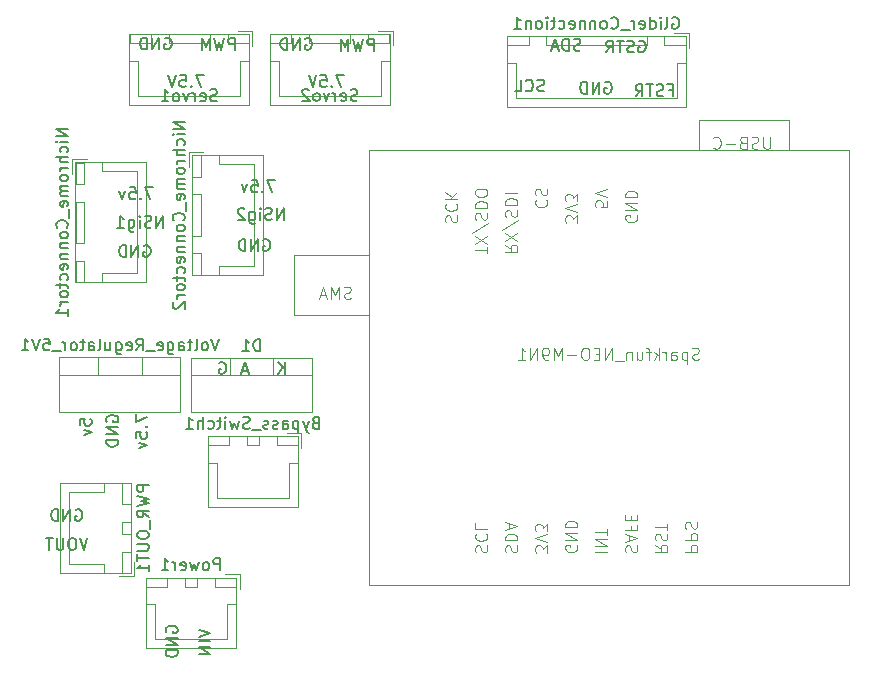
<source format=gbr>
%TF.GenerationSoftware,KiCad,Pcbnew,7.0.6-0*%
%TF.CreationDate,2023-09-30T12:37:56-04:00*%
%TF.ProjectId,UDM PCB,55444d20-5043-4422-9e6b-696361645f70,rev?*%
%TF.SameCoordinates,Original*%
%TF.FileFunction,Legend,Bot*%
%TF.FilePolarity,Positive*%
%FSLAX46Y46*%
G04 Gerber Fmt 4.6, Leading zero omitted, Abs format (unit mm)*
G04 Created by KiCad (PCBNEW 7.0.6-0) date 2023-09-30 12:37:56*
%MOMM*%
%LPD*%
G01*
G04 APERTURE LIST*
%ADD10C,0.150000*%
%ADD11C,0.100000*%
%ADD12C,0.120000*%
G04 APERTURE END LIST*
D10*
X164883858Y-95085019D02*
X164217192Y-95085019D01*
X164217192Y-95085019D02*
X164645763Y-96085019D01*
X163836239Y-95989780D02*
X163788620Y-96037400D01*
X163788620Y-96037400D02*
X163836239Y-96085019D01*
X163836239Y-96085019D02*
X163883858Y-96037400D01*
X163883858Y-96037400D02*
X163836239Y-95989780D01*
X163836239Y-95989780D02*
X163836239Y-96085019D01*
X162883859Y-95085019D02*
X163360049Y-95085019D01*
X163360049Y-95085019D02*
X163407668Y-95561209D01*
X163407668Y-95561209D02*
X163360049Y-95513590D01*
X163360049Y-95513590D02*
X163264811Y-95465971D01*
X163264811Y-95465971D02*
X163026716Y-95465971D01*
X163026716Y-95465971D02*
X162931478Y-95513590D01*
X162931478Y-95513590D02*
X162883859Y-95561209D01*
X162883859Y-95561209D02*
X162836240Y-95656447D01*
X162836240Y-95656447D02*
X162836240Y-95894542D01*
X162836240Y-95894542D02*
X162883859Y-95989780D01*
X162883859Y-95989780D02*
X162931478Y-96037400D01*
X162931478Y-96037400D02*
X163026716Y-96085019D01*
X163026716Y-96085019D02*
X163264811Y-96085019D01*
X163264811Y-96085019D02*
X163360049Y-96037400D01*
X163360049Y-96037400D02*
X163407668Y-95989780D01*
X162502906Y-95418352D02*
X162264811Y-96085019D01*
X162264811Y-96085019D02*
X162026716Y-95418352D01*
X197983239Y-86918800D02*
X197840382Y-86966419D01*
X197840382Y-86966419D02*
X197602287Y-86966419D01*
X197602287Y-86966419D02*
X197507049Y-86918800D01*
X197507049Y-86918800D02*
X197459430Y-86871180D01*
X197459430Y-86871180D02*
X197411811Y-86775942D01*
X197411811Y-86775942D02*
X197411811Y-86680704D01*
X197411811Y-86680704D02*
X197459430Y-86585466D01*
X197459430Y-86585466D02*
X197507049Y-86537847D01*
X197507049Y-86537847D02*
X197602287Y-86490228D01*
X197602287Y-86490228D02*
X197792763Y-86442609D01*
X197792763Y-86442609D02*
X197888001Y-86394990D01*
X197888001Y-86394990D02*
X197935620Y-86347371D01*
X197935620Y-86347371D02*
X197983239Y-86252133D01*
X197983239Y-86252133D02*
X197983239Y-86156895D01*
X197983239Y-86156895D02*
X197935620Y-86061657D01*
X197935620Y-86061657D02*
X197888001Y-86014038D01*
X197888001Y-86014038D02*
X197792763Y-85966419D01*
X197792763Y-85966419D02*
X197554668Y-85966419D01*
X197554668Y-85966419D02*
X197411811Y-86014038D01*
X196411811Y-86871180D02*
X196459430Y-86918800D01*
X196459430Y-86918800D02*
X196602287Y-86966419D01*
X196602287Y-86966419D02*
X196697525Y-86966419D01*
X196697525Y-86966419D02*
X196840382Y-86918800D01*
X196840382Y-86918800D02*
X196935620Y-86823561D01*
X196935620Y-86823561D02*
X196983239Y-86728323D01*
X196983239Y-86728323D02*
X197030858Y-86537847D01*
X197030858Y-86537847D02*
X197030858Y-86394990D01*
X197030858Y-86394990D02*
X196983239Y-86204514D01*
X196983239Y-86204514D02*
X196935620Y-86109276D01*
X196935620Y-86109276D02*
X196840382Y-86014038D01*
X196840382Y-86014038D02*
X196697525Y-85966419D01*
X196697525Y-85966419D02*
X196602287Y-85966419D01*
X196602287Y-85966419D02*
X196459430Y-86014038D01*
X196459430Y-86014038D02*
X196411811Y-86061657D01*
X195507049Y-86966419D02*
X195983239Y-86966419D01*
X195983239Y-86966419D02*
X195983239Y-85966419D01*
X203126811Y-86191838D02*
X203222049Y-86144219D01*
X203222049Y-86144219D02*
X203364906Y-86144219D01*
X203364906Y-86144219D02*
X203507763Y-86191838D01*
X203507763Y-86191838D02*
X203603001Y-86287076D01*
X203603001Y-86287076D02*
X203650620Y-86382314D01*
X203650620Y-86382314D02*
X203698239Y-86572790D01*
X203698239Y-86572790D02*
X203698239Y-86715647D01*
X203698239Y-86715647D02*
X203650620Y-86906123D01*
X203650620Y-86906123D02*
X203603001Y-87001361D01*
X203603001Y-87001361D02*
X203507763Y-87096600D01*
X203507763Y-87096600D02*
X203364906Y-87144219D01*
X203364906Y-87144219D02*
X203269668Y-87144219D01*
X203269668Y-87144219D02*
X203126811Y-87096600D01*
X203126811Y-87096600D02*
X203079192Y-87048980D01*
X203079192Y-87048980D02*
X203079192Y-86715647D01*
X203079192Y-86715647D02*
X203269668Y-86715647D01*
X202650620Y-87144219D02*
X202650620Y-86144219D01*
X202650620Y-86144219D02*
X202079192Y-87144219D01*
X202079192Y-87144219D02*
X202079192Y-86144219D01*
X201603001Y-87144219D02*
X201603001Y-86144219D01*
X201603001Y-86144219D02*
X201364906Y-86144219D01*
X201364906Y-86144219D02*
X201222049Y-86191838D01*
X201222049Y-86191838D02*
X201126811Y-86287076D01*
X201126811Y-86287076D02*
X201079192Y-86382314D01*
X201079192Y-86382314D02*
X201031573Y-86572790D01*
X201031573Y-86572790D02*
X201031573Y-86715647D01*
X201031573Y-86715647D02*
X201079192Y-86906123D01*
X201079192Y-86906123D02*
X201126811Y-87001361D01*
X201126811Y-87001361D02*
X201222049Y-87096600D01*
X201222049Y-87096600D02*
X201364906Y-87144219D01*
X201364906Y-87144219D02*
X201603001Y-87144219D01*
X201056639Y-83464400D02*
X200913782Y-83512019D01*
X200913782Y-83512019D02*
X200675687Y-83512019D01*
X200675687Y-83512019D02*
X200580449Y-83464400D01*
X200580449Y-83464400D02*
X200532830Y-83416780D01*
X200532830Y-83416780D02*
X200485211Y-83321542D01*
X200485211Y-83321542D02*
X200485211Y-83226304D01*
X200485211Y-83226304D02*
X200532830Y-83131066D01*
X200532830Y-83131066D02*
X200580449Y-83083447D01*
X200580449Y-83083447D02*
X200675687Y-83035828D01*
X200675687Y-83035828D02*
X200866163Y-82988209D01*
X200866163Y-82988209D02*
X200961401Y-82940590D01*
X200961401Y-82940590D02*
X201009020Y-82892971D01*
X201009020Y-82892971D02*
X201056639Y-82797733D01*
X201056639Y-82797733D02*
X201056639Y-82702495D01*
X201056639Y-82702495D02*
X201009020Y-82607257D01*
X201009020Y-82607257D02*
X200961401Y-82559638D01*
X200961401Y-82559638D02*
X200866163Y-82512019D01*
X200866163Y-82512019D02*
X200628068Y-82512019D01*
X200628068Y-82512019D02*
X200485211Y-82559638D01*
X200056639Y-83512019D02*
X200056639Y-82512019D01*
X200056639Y-82512019D02*
X199818544Y-82512019D01*
X199818544Y-82512019D02*
X199675687Y-82559638D01*
X199675687Y-82559638D02*
X199580449Y-82654876D01*
X199580449Y-82654876D02*
X199532830Y-82750114D01*
X199532830Y-82750114D02*
X199485211Y-82940590D01*
X199485211Y-82940590D02*
X199485211Y-83083447D01*
X199485211Y-83083447D02*
X199532830Y-83273923D01*
X199532830Y-83273923D02*
X199580449Y-83369161D01*
X199580449Y-83369161D02*
X199675687Y-83464400D01*
X199675687Y-83464400D02*
X199818544Y-83512019D01*
X199818544Y-83512019D02*
X200056639Y-83512019D01*
X199104258Y-83226304D02*
X198628068Y-83226304D01*
X199199496Y-83512019D02*
X198866163Y-82512019D01*
X198866163Y-82512019D02*
X198532830Y-83512019D01*
X174221611Y-99526838D02*
X174316849Y-99479219D01*
X174316849Y-99479219D02*
X174459706Y-99479219D01*
X174459706Y-99479219D02*
X174602563Y-99526838D01*
X174602563Y-99526838D02*
X174697801Y-99622076D01*
X174697801Y-99622076D02*
X174745420Y-99717314D01*
X174745420Y-99717314D02*
X174793039Y-99907790D01*
X174793039Y-99907790D02*
X174793039Y-100050647D01*
X174793039Y-100050647D02*
X174745420Y-100241123D01*
X174745420Y-100241123D02*
X174697801Y-100336361D01*
X174697801Y-100336361D02*
X174602563Y-100431600D01*
X174602563Y-100431600D02*
X174459706Y-100479219D01*
X174459706Y-100479219D02*
X174364468Y-100479219D01*
X174364468Y-100479219D02*
X174221611Y-100431600D01*
X174221611Y-100431600D02*
X174173992Y-100383980D01*
X174173992Y-100383980D02*
X174173992Y-100050647D01*
X174173992Y-100050647D02*
X174364468Y-100050647D01*
X173745420Y-100479219D02*
X173745420Y-99479219D01*
X173745420Y-99479219D02*
X173173992Y-100479219D01*
X173173992Y-100479219D02*
X173173992Y-99479219D01*
X172697801Y-100479219D02*
X172697801Y-99479219D01*
X172697801Y-99479219D02*
X172459706Y-99479219D01*
X172459706Y-99479219D02*
X172316849Y-99526838D01*
X172316849Y-99526838D02*
X172221611Y-99622076D01*
X172221611Y-99622076D02*
X172173992Y-99717314D01*
X172173992Y-99717314D02*
X172126373Y-99907790D01*
X172126373Y-99907790D02*
X172126373Y-100050647D01*
X172126373Y-100050647D02*
X172173992Y-100241123D01*
X172173992Y-100241123D02*
X172221611Y-100336361D01*
X172221611Y-100336361D02*
X172316849Y-100431600D01*
X172316849Y-100431600D02*
X172459706Y-100479219D01*
X172459706Y-100479219D02*
X172697801Y-100479219D01*
X181038258Y-85585419D02*
X180371592Y-85585419D01*
X180371592Y-85585419D02*
X180800163Y-86585419D01*
X179990639Y-86490180D02*
X179943020Y-86537800D01*
X179943020Y-86537800D02*
X179990639Y-86585419D01*
X179990639Y-86585419D02*
X180038258Y-86537800D01*
X180038258Y-86537800D02*
X179990639Y-86490180D01*
X179990639Y-86490180D02*
X179990639Y-86585419D01*
X179038259Y-85585419D02*
X179514449Y-85585419D01*
X179514449Y-85585419D02*
X179562068Y-86061609D01*
X179562068Y-86061609D02*
X179514449Y-86013990D01*
X179514449Y-86013990D02*
X179419211Y-85966371D01*
X179419211Y-85966371D02*
X179181116Y-85966371D01*
X179181116Y-85966371D02*
X179085878Y-86013990D01*
X179085878Y-86013990D02*
X179038259Y-86061609D01*
X179038259Y-86061609D02*
X178990640Y-86156847D01*
X178990640Y-86156847D02*
X178990640Y-86394942D01*
X178990640Y-86394942D02*
X179038259Y-86490180D01*
X179038259Y-86490180D02*
X179085878Y-86537800D01*
X179085878Y-86537800D02*
X179181116Y-86585419D01*
X179181116Y-86585419D02*
X179419211Y-86585419D01*
X179419211Y-86585419D02*
X179514449Y-86537800D01*
X179514449Y-86537800D02*
X179562068Y-86490180D01*
X178704925Y-85585419D02*
X178371592Y-86585419D01*
X178371592Y-86585419D02*
X178038259Y-85585419D01*
X165865011Y-82458038D02*
X165960249Y-82410419D01*
X165960249Y-82410419D02*
X166103106Y-82410419D01*
X166103106Y-82410419D02*
X166245963Y-82458038D01*
X166245963Y-82458038D02*
X166341201Y-82553276D01*
X166341201Y-82553276D02*
X166388820Y-82648514D01*
X166388820Y-82648514D02*
X166436439Y-82838990D01*
X166436439Y-82838990D02*
X166436439Y-82981847D01*
X166436439Y-82981847D02*
X166388820Y-83172323D01*
X166388820Y-83172323D02*
X166341201Y-83267561D01*
X166341201Y-83267561D02*
X166245963Y-83362800D01*
X166245963Y-83362800D02*
X166103106Y-83410419D01*
X166103106Y-83410419D02*
X166007868Y-83410419D01*
X166007868Y-83410419D02*
X165865011Y-83362800D01*
X165865011Y-83362800D02*
X165817392Y-83315180D01*
X165817392Y-83315180D02*
X165817392Y-82981847D01*
X165817392Y-82981847D02*
X166007868Y-82981847D01*
X165388820Y-83410419D02*
X165388820Y-82410419D01*
X165388820Y-82410419D02*
X164817392Y-83410419D01*
X164817392Y-83410419D02*
X164817392Y-82410419D01*
X164341201Y-83410419D02*
X164341201Y-82410419D01*
X164341201Y-82410419D02*
X164103106Y-82410419D01*
X164103106Y-82410419D02*
X163960249Y-82458038D01*
X163960249Y-82458038D02*
X163865011Y-82553276D01*
X163865011Y-82553276D02*
X163817392Y-82648514D01*
X163817392Y-82648514D02*
X163769773Y-82838990D01*
X163769773Y-82838990D02*
X163769773Y-82981847D01*
X163769773Y-82981847D02*
X163817392Y-83172323D01*
X163817392Y-83172323D02*
X163865011Y-83267561D01*
X163865011Y-83267561D02*
X163960249Y-83362800D01*
X163960249Y-83362800D02*
X164103106Y-83410419D01*
X164103106Y-83410419D02*
X164341201Y-83410419D01*
X177752211Y-82508838D02*
X177847449Y-82461219D01*
X177847449Y-82461219D02*
X177990306Y-82461219D01*
X177990306Y-82461219D02*
X178133163Y-82508838D01*
X178133163Y-82508838D02*
X178228401Y-82604076D01*
X178228401Y-82604076D02*
X178276020Y-82699314D01*
X178276020Y-82699314D02*
X178323639Y-82889790D01*
X178323639Y-82889790D02*
X178323639Y-83032647D01*
X178323639Y-83032647D02*
X178276020Y-83223123D01*
X178276020Y-83223123D02*
X178228401Y-83318361D01*
X178228401Y-83318361D02*
X178133163Y-83413600D01*
X178133163Y-83413600D02*
X177990306Y-83461219D01*
X177990306Y-83461219D02*
X177895068Y-83461219D01*
X177895068Y-83461219D02*
X177752211Y-83413600D01*
X177752211Y-83413600D02*
X177704592Y-83365980D01*
X177704592Y-83365980D02*
X177704592Y-83032647D01*
X177704592Y-83032647D02*
X177895068Y-83032647D01*
X177276020Y-83461219D02*
X177276020Y-82461219D01*
X177276020Y-82461219D02*
X176704592Y-83461219D01*
X176704592Y-83461219D02*
X176704592Y-82461219D01*
X176228401Y-83461219D02*
X176228401Y-82461219D01*
X176228401Y-82461219D02*
X175990306Y-82461219D01*
X175990306Y-82461219D02*
X175847449Y-82508838D01*
X175847449Y-82508838D02*
X175752211Y-82604076D01*
X175752211Y-82604076D02*
X175704592Y-82699314D01*
X175704592Y-82699314D02*
X175656973Y-82889790D01*
X175656973Y-82889790D02*
X175656973Y-83032647D01*
X175656973Y-83032647D02*
X175704592Y-83223123D01*
X175704592Y-83223123D02*
X175752211Y-83318361D01*
X175752211Y-83318361D02*
X175847449Y-83413600D01*
X175847449Y-83413600D02*
X175990306Y-83461219D01*
X175990306Y-83461219D02*
X176228401Y-83461219D01*
X170491011Y-109933438D02*
X170586249Y-109885819D01*
X170586249Y-109885819D02*
X170729106Y-109885819D01*
X170729106Y-109885819D02*
X170871963Y-109933438D01*
X170871963Y-109933438D02*
X170967201Y-110028676D01*
X170967201Y-110028676D02*
X171014820Y-110123914D01*
X171014820Y-110123914D02*
X171062439Y-110314390D01*
X171062439Y-110314390D02*
X171062439Y-110457247D01*
X171062439Y-110457247D02*
X171014820Y-110647723D01*
X171014820Y-110647723D02*
X170967201Y-110742961D01*
X170967201Y-110742961D02*
X170871963Y-110838200D01*
X170871963Y-110838200D02*
X170729106Y-110885819D01*
X170729106Y-110885819D02*
X170633868Y-110885819D01*
X170633868Y-110885819D02*
X170491011Y-110838200D01*
X170491011Y-110838200D02*
X170443392Y-110790580D01*
X170443392Y-110790580D02*
X170443392Y-110457247D01*
X170443392Y-110457247D02*
X170633868Y-110457247D01*
X158321211Y-122386838D02*
X158416449Y-122339219D01*
X158416449Y-122339219D02*
X158559306Y-122339219D01*
X158559306Y-122339219D02*
X158702163Y-122386838D01*
X158702163Y-122386838D02*
X158797401Y-122482076D01*
X158797401Y-122482076D02*
X158845020Y-122577314D01*
X158845020Y-122577314D02*
X158892639Y-122767790D01*
X158892639Y-122767790D02*
X158892639Y-122910647D01*
X158892639Y-122910647D02*
X158845020Y-123101123D01*
X158845020Y-123101123D02*
X158797401Y-123196361D01*
X158797401Y-123196361D02*
X158702163Y-123291600D01*
X158702163Y-123291600D02*
X158559306Y-123339219D01*
X158559306Y-123339219D02*
X158464068Y-123339219D01*
X158464068Y-123339219D02*
X158321211Y-123291600D01*
X158321211Y-123291600D02*
X158273592Y-123243980D01*
X158273592Y-123243980D02*
X158273592Y-122910647D01*
X158273592Y-122910647D02*
X158464068Y-122910647D01*
X157845020Y-123339219D02*
X157845020Y-122339219D01*
X157845020Y-122339219D02*
X157273592Y-123339219D01*
X157273592Y-123339219D02*
X157273592Y-122339219D01*
X156797401Y-123339219D02*
X156797401Y-122339219D01*
X156797401Y-122339219D02*
X156559306Y-122339219D01*
X156559306Y-122339219D02*
X156416449Y-122386838D01*
X156416449Y-122386838D02*
X156321211Y-122482076D01*
X156321211Y-122482076D02*
X156273592Y-122577314D01*
X156273592Y-122577314D02*
X156225973Y-122767790D01*
X156225973Y-122767790D02*
X156225973Y-122910647D01*
X156225973Y-122910647D02*
X156273592Y-123101123D01*
X156273592Y-123101123D02*
X156321211Y-123196361D01*
X156321211Y-123196361D02*
X156416449Y-123291600D01*
X156416449Y-123291600D02*
X156559306Y-123339219D01*
X156559306Y-123339219D02*
X156797401Y-123339219D01*
X171799020Y-83461219D02*
X171799020Y-82461219D01*
X171799020Y-82461219D02*
X171418068Y-82461219D01*
X171418068Y-82461219D02*
X171322830Y-82508838D01*
X171322830Y-82508838D02*
X171275211Y-82556457D01*
X171275211Y-82556457D02*
X171227592Y-82651695D01*
X171227592Y-82651695D02*
X171227592Y-82794552D01*
X171227592Y-82794552D02*
X171275211Y-82889790D01*
X171275211Y-82889790D02*
X171322830Y-82937409D01*
X171322830Y-82937409D02*
X171418068Y-82985028D01*
X171418068Y-82985028D02*
X171799020Y-82985028D01*
X170894258Y-82461219D02*
X170656163Y-83461219D01*
X170656163Y-83461219D02*
X170465687Y-82746933D01*
X170465687Y-82746933D02*
X170275211Y-83461219D01*
X170275211Y-83461219D02*
X170037116Y-82461219D01*
X169656163Y-83461219D02*
X169656163Y-82461219D01*
X169656163Y-82461219D02*
X169322830Y-83175504D01*
X169322830Y-83175504D02*
X168989497Y-82461219D01*
X168989497Y-82461219D02*
X168989497Y-83461219D01*
X183559220Y-83512019D02*
X183559220Y-82512019D01*
X183559220Y-82512019D02*
X183178268Y-82512019D01*
X183178268Y-82512019D02*
X183083030Y-82559638D01*
X183083030Y-82559638D02*
X183035411Y-82607257D01*
X183035411Y-82607257D02*
X182987792Y-82702495D01*
X182987792Y-82702495D02*
X182987792Y-82845352D01*
X182987792Y-82845352D02*
X183035411Y-82940590D01*
X183035411Y-82940590D02*
X183083030Y-82988209D01*
X183083030Y-82988209D02*
X183178268Y-83035828D01*
X183178268Y-83035828D02*
X183559220Y-83035828D01*
X182654458Y-82512019D02*
X182416363Y-83512019D01*
X182416363Y-83512019D02*
X182225887Y-82797733D01*
X182225887Y-82797733D02*
X182035411Y-83512019D01*
X182035411Y-83512019D02*
X181797316Y-82512019D01*
X181416363Y-83512019D02*
X181416363Y-82512019D01*
X181416363Y-82512019D02*
X181083030Y-83226304D01*
X181083030Y-83226304D02*
X180749697Y-82512019D01*
X180749697Y-82512019D02*
X180749697Y-83512019D01*
X169151058Y-85585419D02*
X168484392Y-85585419D01*
X168484392Y-85585419D02*
X168912963Y-86585419D01*
X168103439Y-86490180D02*
X168055820Y-86537800D01*
X168055820Y-86537800D02*
X168103439Y-86585419D01*
X168103439Y-86585419D02*
X168151058Y-86537800D01*
X168151058Y-86537800D02*
X168103439Y-86490180D01*
X168103439Y-86490180D02*
X168103439Y-86585419D01*
X167151059Y-85585419D02*
X167627249Y-85585419D01*
X167627249Y-85585419D02*
X167674868Y-86061609D01*
X167674868Y-86061609D02*
X167627249Y-86013990D01*
X167627249Y-86013990D02*
X167532011Y-85966371D01*
X167532011Y-85966371D02*
X167293916Y-85966371D01*
X167293916Y-85966371D02*
X167198678Y-86013990D01*
X167198678Y-86013990D02*
X167151059Y-86061609D01*
X167151059Y-86061609D02*
X167103440Y-86156847D01*
X167103440Y-86156847D02*
X167103440Y-86394942D01*
X167103440Y-86394942D02*
X167151059Y-86490180D01*
X167151059Y-86490180D02*
X167198678Y-86537800D01*
X167198678Y-86537800D02*
X167293916Y-86585419D01*
X167293916Y-86585419D02*
X167532011Y-86585419D01*
X167532011Y-86585419D02*
X167627249Y-86537800D01*
X167627249Y-86537800D02*
X167674868Y-86490180D01*
X166817725Y-85585419D02*
X166484392Y-86585419D01*
X166484392Y-86585419D02*
X166151059Y-85585419D01*
X175939220Y-97837619D02*
X175939220Y-96837619D01*
X175939220Y-96837619D02*
X175367792Y-97837619D01*
X175367792Y-97837619D02*
X175367792Y-96837619D01*
X174939220Y-97790000D02*
X174796363Y-97837619D01*
X174796363Y-97837619D02*
X174558268Y-97837619D01*
X174558268Y-97837619D02*
X174463030Y-97790000D01*
X174463030Y-97790000D02*
X174415411Y-97742380D01*
X174415411Y-97742380D02*
X174367792Y-97647142D01*
X174367792Y-97647142D02*
X174367792Y-97551904D01*
X174367792Y-97551904D02*
X174415411Y-97456666D01*
X174415411Y-97456666D02*
X174463030Y-97409047D01*
X174463030Y-97409047D02*
X174558268Y-97361428D01*
X174558268Y-97361428D02*
X174748744Y-97313809D01*
X174748744Y-97313809D02*
X174843982Y-97266190D01*
X174843982Y-97266190D02*
X174891601Y-97218571D01*
X174891601Y-97218571D02*
X174939220Y-97123333D01*
X174939220Y-97123333D02*
X174939220Y-97028095D01*
X174939220Y-97028095D02*
X174891601Y-96932857D01*
X174891601Y-96932857D02*
X174843982Y-96885238D01*
X174843982Y-96885238D02*
X174748744Y-96837619D01*
X174748744Y-96837619D02*
X174510649Y-96837619D01*
X174510649Y-96837619D02*
X174367792Y-96885238D01*
X173939220Y-97837619D02*
X173939220Y-97170952D01*
X173939220Y-96837619D02*
X173986839Y-96885238D01*
X173986839Y-96885238D02*
X173939220Y-96932857D01*
X173939220Y-96932857D02*
X173891601Y-96885238D01*
X173891601Y-96885238D02*
X173939220Y-96837619D01*
X173939220Y-96837619D02*
X173939220Y-96932857D01*
X173034459Y-97170952D02*
X173034459Y-97980476D01*
X173034459Y-97980476D02*
X173082078Y-98075714D01*
X173082078Y-98075714D02*
X173129697Y-98123333D01*
X173129697Y-98123333D02*
X173224935Y-98170952D01*
X173224935Y-98170952D02*
X173367792Y-98170952D01*
X173367792Y-98170952D02*
X173463030Y-98123333D01*
X173034459Y-97790000D02*
X173129697Y-97837619D01*
X173129697Y-97837619D02*
X173320173Y-97837619D01*
X173320173Y-97837619D02*
X173415411Y-97790000D01*
X173415411Y-97790000D02*
X173463030Y-97742380D01*
X173463030Y-97742380D02*
X173510649Y-97647142D01*
X173510649Y-97647142D02*
X173510649Y-97361428D01*
X173510649Y-97361428D02*
X173463030Y-97266190D01*
X173463030Y-97266190D02*
X173415411Y-97218571D01*
X173415411Y-97218571D02*
X173320173Y-97170952D01*
X173320173Y-97170952D02*
X173129697Y-97170952D01*
X173129697Y-97170952D02*
X173034459Y-97218571D01*
X172605887Y-96932857D02*
X172558268Y-96885238D01*
X172558268Y-96885238D02*
X172463030Y-96837619D01*
X172463030Y-96837619D02*
X172224935Y-96837619D01*
X172224935Y-96837619D02*
X172129697Y-96885238D01*
X172129697Y-96885238D02*
X172082078Y-96932857D01*
X172082078Y-96932857D02*
X172034459Y-97028095D01*
X172034459Y-97028095D02*
X172034459Y-97123333D01*
X172034459Y-97123333D02*
X172082078Y-97266190D01*
X172082078Y-97266190D02*
X172653506Y-97837619D01*
X172653506Y-97837619D02*
X172034459Y-97837619D01*
X172913439Y-110600104D02*
X172437249Y-110600104D01*
X173008677Y-110885819D02*
X172675344Y-109885819D01*
X172675344Y-109885819D02*
X172342011Y-110885819D01*
X160969438Y-114936588D02*
X160921819Y-114841350D01*
X160921819Y-114841350D02*
X160921819Y-114698493D01*
X160921819Y-114698493D02*
X160969438Y-114555636D01*
X160969438Y-114555636D02*
X161064676Y-114460398D01*
X161064676Y-114460398D02*
X161159914Y-114412779D01*
X161159914Y-114412779D02*
X161350390Y-114365160D01*
X161350390Y-114365160D02*
X161493247Y-114365160D01*
X161493247Y-114365160D02*
X161683723Y-114412779D01*
X161683723Y-114412779D02*
X161778961Y-114460398D01*
X161778961Y-114460398D02*
X161874200Y-114555636D01*
X161874200Y-114555636D02*
X161921819Y-114698493D01*
X161921819Y-114698493D02*
X161921819Y-114793731D01*
X161921819Y-114793731D02*
X161874200Y-114936588D01*
X161874200Y-114936588D02*
X161826580Y-114984207D01*
X161826580Y-114984207D02*
X161493247Y-114984207D01*
X161493247Y-114984207D02*
X161493247Y-114793731D01*
X161921819Y-115412779D02*
X160921819Y-115412779D01*
X160921819Y-115412779D02*
X161921819Y-115984207D01*
X161921819Y-115984207D02*
X160921819Y-115984207D01*
X161921819Y-116460398D02*
X160921819Y-116460398D01*
X160921819Y-116460398D02*
X160921819Y-116698493D01*
X160921819Y-116698493D02*
X160969438Y-116841350D01*
X160969438Y-116841350D02*
X161064676Y-116936588D01*
X161064676Y-116936588D02*
X161159914Y-116984207D01*
X161159914Y-116984207D02*
X161350390Y-117031826D01*
X161350390Y-117031826D02*
X161493247Y-117031826D01*
X161493247Y-117031826D02*
X161683723Y-116984207D01*
X161683723Y-116984207D02*
X161778961Y-116936588D01*
X161778961Y-116936588D02*
X161874200Y-116841350D01*
X161874200Y-116841350D02*
X161921819Y-116698493D01*
X161921819Y-116698493D02*
X161921819Y-116460398D01*
X164087011Y-100034838D02*
X164182249Y-99987219D01*
X164182249Y-99987219D02*
X164325106Y-99987219D01*
X164325106Y-99987219D02*
X164467963Y-100034838D01*
X164467963Y-100034838D02*
X164563201Y-100130076D01*
X164563201Y-100130076D02*
X164610820Y-100225314D01*
X164610820Y-100225314D02*
X164658439Y-100415790D01*
X164658439Y-100415790D02*
X164658439Y-100558647D01*
X164658439Y-100558647D02*
X164610820Y-100749123D01*
X164610820Y-100749123D02*
X164563201Y-100844361D01*
X164563201Y-100844361D02*
X164467963Y-100939600D01*
X164467963Y-100939600D02*
X164325106Y-100987219D01*
X164325106Y-100987219D02*
X164229868Y-100987219D01*
X164229868Y-100987219D02*
X164087011Y-100939600D01*
X164087011Y-100939600D02*
X164039392Y-100891980D01*
X164039392Y-100891980D02*
X164039392Y-100558647D01*
X164039392Y-100558647D02*
X164229868Y-100558647D01*
X163610820Y-100987219D02*
X163610820Y-99987219D01*
X163610820Y-99987219D02*
X163039392Y-100987219D01*
X163039392Y-100987219D02*
X163039392Y-99987219D01*
X162563201Y-100987219D02*
X162563201Y-99987219D01*
X162563201Y-99987219D02*
X162325106Y-99987219D01*
X162325106Y-99987219D02*
X162182249Y-100034838D01*
X162182249Y-100034838D02*
X162087011Y-100130076D01*
X162087011Y-100130076D02*
X162039392Y-100225314D01*
X162039392Y-100225314D02*
X161991773Y-100415790D01*
X161991773Y-100415790D02*
X161991773Y-100558647D01*
X161991773Y-100558647D02*
X162039392Y-100749123D01*
X162039392Y-100749123D02*
X162087011Y-100844361D01*
X162087011Y-100844361D02*
X162182249Y-100939600D01*
X162182249Y-100939600D02*
X162325106Y-100987219D01*
X162325106Y-100987219D02*
X162563201Y-100987219D01*
X208546287Y-86855809D02*
X208879620Y-86855809D01*
X208879620Y-87379619D02*
X208879620Y-86379619D01*
X208879620Y-86379619D02*
X208403430Y-86379619D01*
X208070096Y-87332000D02*
X207927239Y-87379619D01*
X207927239Y-87379619D02*
X207689144Y-87379619D01*
X207689144Y-87379619D02*
X207593906Y-87332000D01*
X207593906Y-87332000D02*
X207546287Y-87284380D01*
X207546287Y-87284380D02*
X207498668Y-87189142D01*
X207498668Y-87189142D02*
X207498668Y-87093904D01*
X207498668Y-87093904D02*
X207546287Y-86998666D01*
X207546287Y-86998666D02*
X207593906Y-86951047D01*
X207593906Y-86951047D02*
X207689144Y-86903428D01*
X207689144Y-86903428D02*
X207879620Y-86855809D01*
X207879620Y-86855809D02*
X207974858Y-86808190D01*
X207974858Y-86808190D02*
X208022477Y-86760571D01*
X208022477Y-86760571D02*
X208070096Y-86665333D01*
X208070096Y-86665333D02*
X208070096Y-86570095D01*
X208070096Y-86570095D02*
X208022477Y-86474857D01*
X208022477Y-86474857D02*
X207974858Y-86427238D01*
X207974858Y-86427238D02*
X207879620Y-86379619D01*
X207879620Y-86379619D02*
X207641525Y-86379619D01*
X207641525Y-86379619D02*
X207498668Y-86427238D01*
X207212953Y-86379619D02*
X206641525Y-86379619D01*
X206927239Y-87379619D02*
X206927239Y-86379619D01*
X205736763Y-87379619D02*
X206070096Y-86903428D01*
X206308191Y-87379619D02*
X206308191Y-86379619D01*
X206308191Y-86379619D02*
X205927239Y-86379619D01*
X205927239Y-86379619D02*
X205832001Y-86427238D01*
X205832001Y-86427238D02*
X205784382Y-86474857D01*
X205784382Y-86474857D02*
X205736763Y-86570095D01*
X205736763Y-86570095D02*
X205736763Y-86712952D01*
X205736763Y-86712952D02*
X205784382Y-86808190D01*
X205784382Y-86808190D02*
X205832001Y-86855809D01*
X205832001Y-86855809D02*
X205927239Y-86903428D01*
X205927239Y-86903428D02*
X206308191Y-86903428D01*
X159318077Y-124777619D02*
X158984744Y-125777619D01*
X158984744Y-125777619D02*
X158651411Y-124777619D01*
X158127601Y-124777619D02*
X157937125Y-124777619D01*
X157937125Y-124777619D02*
X157841887Y-124825238D01*
X157841887Y-124825238D02*
X157746649Y-124920476D01*
X157746649Y-124920476D02*
X157699030Y-125110952D01*
X157699030Y-125110952D02*
X157699030Y-125444285D01*
X157699030Y-125444285D02*
X157746649Y-125634761D01*
X157746649Y-125634761D02*
X157841887Y-125730000D01*
X157841887Y-125730000D02*
X157937125Y-125777619D01*
X157937125Y-125777619D02*
X158127601Y-125777619D01*
X158127601Y-125777619D02*
X158222839Y-125730000D01*
X158222839Y-125730000D02*
X158318077Y-125634761D01*
X158318077Y-125634761D02*
X158365696Y-125444285D01*
X158365696Y-125444285D02*
X158365696Y-125110952D01*
X158365696Y-125110952D02*
X158318077Y-124920476D01*
X158318077Y-124920476D02*
X158222839Y-124825238D01*
X158222839Y-124825238D02*
X158127601Y-124777619D01*
X157270458Y-124777619D02*
X157270458Y-125587142D01*
X157270458Y-125587142D02*
X157222839Y-125682380D01*
X157222839Y-125682380D02*
X157175220Y-125730000D01*
X157175220Y-125730000D02*
X157079982Y-125777619D01*
X157079982Y-125777619D02*
X156889506Y-125777619D01*
X156889506Y-125777619D02*
X156794268Y-125730000D01*
X156794268Y-125730000D02*
X156746649Y-125682380D01*
X156746649Y-125682380D02*
X156699030Y-125587142D01*
X156699030Y-125587142D02*
X156699030Y-124777619D01*
X156365696Y-124777619D02*
X155794268Y-124777619D01*
X156079982Y-125777619D02*
X156079982Y-124777619D01*
X176015420Y-110867819D02*
X176015420Y-109867819D01*
X175443992Y-110867819D02*
X175872563Y-110296390D01*
X175443992Y-109867819D02*
X176015420Y-110439247D01*
X158661219Y-115214569D02*
X158661219Y-114738379D01*
X158661219Y-114738379D02*
X159137409Y-114690760D01*
X159137409Y-114690760D02*
X159089790Y-114738379D01*
X159089790Y-114738379D02*
X159042171Y-114833617D01*
X159042171Y-114833617D02*
X159042171Y-115071712D01*
X159042171Y-115071712D02*
X159089790Y-115166950D01*
X159089790Y-115166950D02*
X159137409Y-115214569D01*
X159137409Y-115214569D02*
X159232647Y-115262188D01*
X159232647Y-115262188D02*
X159470742Y-115262188D01*
X159470742Y-115262188D02*
X159565980Y-115214569D01*
X159565980Y-115214569D02*
X159613600Y-115166950D01*
X159613600Y-115166950D02*
X159661219Y-115071712D01*
X159661219Y-115071712D02*
X159661219Y-114833617D01*
X159661219Y-114833617D02*
X159613600Y-114738379D01*
X159613600Y-114738379D02*
X159565980Y-114690760D01*
X158994552Y-115595522D02*
X159661219Y-115833617D01*
X159661219Y-115833617D02*
X158994552Y-116071712D01*
X205997011Y-82712038D02*
X206092249Y-82664419D01*
X206092249Y-82664419D02*
X206235106Y-82664419D01*
X206235106Y-82664419D02*
X206377963Y-82712038D01*
X206377963Y-82712038D02*
X206473201Y-82807276D01*
X206473201Y-82807276D02*
X206520820Y-82902514D01*
X206520820Y-82902514D02*
X206568439Y-83092990D01*
X206568439Y-83092990D02*
X206568439Y-83235847D01*
X206568439Y-83235847D02*
X206520820Y-83426323D01*
X206520820Y-83426323D02*
X206473201Y-83521561D01*
X206473201Y-83521561D02*
X206377963Y-83616800D01*
X206377963Y-83616800D02*
X206235106Y-83664419D01*
X206235106Y-83664419D02*
X206139868Y-83664419D01*
X206139868Y-83664419D02*
X205997011Y-83616800D01*
X205997011Y-83616800D02*
X205949392Y-83569180D01*
X205949392Y-83569180D02*
X205949392Y-83235847D01*
X205949392Y-83235847D02*
X206139868Y-83235847D01*
X205568439Y-83616800D02*
X205425582Y-83664419D01*
X205425582Y-83664419D02*
X205187487Y-83664419D01*
X205187487Y-83664419D02*
X205092249Y-83616800D01*
X205092249Y-83616800D02*
X205044630Y-83569180D01*
X205044630Y-83569180D02*
X204997011Y-83473942D01*
X204997011Y-83473942D02*
X204997011Y-83378704D01*
X204997011Y-83378704D02*
X205044630Y-83283466D01*
X205044630Y-83283466D02*
X205092249Y-83235847D01*
X205092249Y-83235847D02*
X205187487Y-83188228D01*
X205187487Y-83188228D02*
X205377963Y-83140609D01*
X205377963Y-83140609D02*
X205473201Y-83092990D01*
X205473201Y-83092990D02*
X205520820Y-83045371D01*
X205520820Y-83045371D02*
X205568439Y-82950133D01*
X205568439Y-82950133D02*
X205568439Y-82854895D01*
X205568439Y-82854895D02*
X205520820Y-82759657D01*
X205520820Y-82759657D02*
X205473201Y-82712038D01*
X205473201Y-82712038D02*
X205377963Y-82664419D01*
X205377963Y-82664419D02*
X205139868Y-82664419D01*
X205139868Y-82664419D02*
X204997011Y-82712038D01*
X204711296Y-82664419D02*
X204139868Y-82664419D01*
X204425582Y-83664419D02*
X204425582Y-82664419D01*
X203235106Y-83664419D02*
X203568439Y-83188228D01*
X203806534Y-83664419D02*
X203806534Y-82664419D01*
X203806534Y-82664419D02*
X203425582Y-82664419D01*
X203425582Y-82664419D02*
X203330344Y-82712038D01*
X203330344Y-82712038D02*
X203282725Y-82759657D01*
X203282725Y-82759657D02*
X203235106Y-82854895D01*
X203235106Y-82854895D02*
X203235106Y-82997752D01*
X203235106Y-82997752D02*
X203282725Y-83092990D01*
X203282725Y-83092990D02*
X203330344Y-83140609D01*
X203330344Y-83140609D02*
X203425582Y-83188228D01*
X203425582Y-83188228D02*
X203806534Y-83188228D01*
X163385619Y-114312941D02*
X163385619Y-114979607D01*
X163385619Y-114979607D02*
X164385619Y-114551036D01*
X164290380Y-115360560D02*
X164338000Y-115408179D01*
X164338000Y-115408179D02*
X164385619Y-115360560D01*
X164385619Y-115360560D02*
X164338000Y-115312941D01*
X164338000Y-115312941D02*
X164290380Y-115360560D01*
X164290380Y-115360560D02*
X164385619Y-115360560D01*
X163385619Y-116312940D02*
X163385619Y-115836750D01*
X163385619Y-115836750D02*
X163861809Y-115789131D01*
X163861809Y-115789131D02*
X163814190Y-115836750D01*
X163814190Y-115836750D02*
X163766571Y-115931988D01*
X163766571Y-115931988D02*
X163766571Y-116170083D01*
X163766571Y-116170083D02*
X163814190Y-116265321D01*
X163814190Y-116265321D02*
X163861809Y-116312940D01*
X163861809Y-116312940D02*
X163957047Y-116360559D01*
X163957047Y-116360559D02*
X164195142Y-116360559D01*
X164195142Y-116360559D02*
X164290380Y-116312940D01*
X164290380Y-116312940D02*
X164338000Y-116265321D01*
X164338000Y-116265321D02*
X164385619Y-116170083D01*
X164385619Y-116170083D02*
X164385619Y-115931988D01*
X164385619Y-115931988D02*
X164338000Y-115836750D01*
X164338000Y-115836750D02*
X164290380Y-115789131D01*
X163718952Y-116693893D02*
X164385619Y-116931988D01*
X164385619Y-116931988D02*
X163718952Y-117170083D01*
X165998638Y-132762788D02*
X165951019Y-132667550D01*
X165951019Y-132667550D02*
X165951019Y-132524693D01*
X165951019Y-132524693D02*
X165998638Y-132381836D01*
X165998638Y-132381836D02*
X166093876Y-132286598D01*
X166093876Y-132286598D02*
X166189114Y-132238979D01*
X166189114Y-132238979D02*
X166379590Y-132191360D01*
X166379590Y-132191360D02*
X166522447Y-132191360D01*
X166522447Y-132191360D02*
X166712923Y-132238979D01*
X166712923Y-132238979D02*
X166808161Y-132286598D01*
X166808161Y-132286598D02*
X166903400Y-132381836D01*
X166903400Y-132381836D02*
X166951019Y-132524693D01*
X166951019Y-132524693D02*
X166951019Y-132619931D01*
X166951019Y-132619931D02*
X166903400Y-132762788D01*
X166903400Y-132762788D02*
X166855780Y-132810407D01*
X166855780Y-132810407D02*
X166522447Y-132810407D01*
X166522447Y-132810407D02*
X166522447Y-132619931D01*
X166951019Y-133238979D02*
X165951019Y-133238979D01*
X165951019Y-133238979D02*
X166951019Y-133810407D01*
X166951019Y-133810407D02*
X165951019Y-133810407D01*
X166951019Y-134286598D02*
X165951019Y-134286598D01*
X165951019Y-134286598D02*
X165951019Y-134524693D01*
X165951019Y-134524693D02*
X165998638Y-134667550D01*
X165998638Y-134667550D02*
X166093876Y-134762788D01*
X166093876Y-134762788D02*
X166189114Y-134810407D01*
X166189114Y-134810407D02*
X166379590Y-134858026D01*
X166379590Y-134858026D02*
X166522447Y-134858026D01*
X166522447Y-134858026D02*
X166712923Y-134810407D01*
X166712923Y-134810407D02*
X166808161Y-134762788D01*
X166808161Y-134762788D02*
X166903400Y-134667550D01*
X166903400Y-134667550D02*
X166951019Y-134524693D01*
X166951019Y-134524693D02*
X166951019Y-134286598D01*
X175221658Y-94500819D02*
X174554992Y-94500819D01*
X174554992Y-94500819D02*
X174983563Y-95500819D01*
X174174039Y-95405580D02*
X174126420Y-95453200D01*
X174126420Y-95453200D02*
X174174039Y-95500819D01*
X174174039Y-95500819D02*
X174221658Y-95453200D01*
X174221658Y-95453200D02*
X174174039Y-95405580D01*
X174174039Y-95405580D02*
X174174039Y-95500819D01*
X173221659Y-94500819D02*
X173697849Y-94500819D01*
X173697849Y-94500819D02*
X173745468Y-94977009D01*
X173745468Y-94977009D02*
X173697849Y-94929390D01*
X173697849Y-94929390D02*
X173602611Y-94881771D01*
X173602611Y-94881771D02*
X173364516Y-94881771D01*
X173364516Y-94881771D02*
X173269278Y-94929390D01*
X173269278Y-94929390D02*
X173221659Y-94977009D01*
X173221659Y-94977009D02*
X173174040Y-95072247D01*
X173174040Y-95072247D02*
X173174040Y-95310342D01*
X173174040Y-95310342D02*
X173221659Y-95405580D01*
X173221659Y-95405580D02*
X173269278Y-95453200D01*
X173269278Y-95453200D02*
X173364516Y-95500819D01*
X173364516Y-95500819D02*
X173602611Y-95500819D01*
X173602611Y-95500819D02*
X173697849Y-95453200D01*
X173697849Y-95453200D02*
X173745468Y-95405580D01*
X172840706Y-94834152D02*
X172602611Y-95500819D01*
X172602611Y-95500819D02*
X172364516Y-94834152D01*
X168719619Y-132527922D02*
X169719619Y-132861255D01*
X169719619Y-132861255D02*
X168719619Y-133194588D01*
X169719619Y-133527922D02*
X168719619Y-133527922D01*
X169719619Y-134004112D02*
X168719619Y-134004112D01*
X168719619Y-134004112D02*
X169719619Y-134575540D01*
X169719619Y-134575540D02*
X168719619Y-134575540D01*
X165728420Y-98498019D02*
X165728420Y-97498019D01*
X165728420Y-97498019D02*
X165156992Y-98498019D01*
X165156992Y-98498019D02*
X165156992Y-97498019D01*
X164728420Y-98450400D02*
X164585563Y-98498019D01*
X164585563Y-98498019D02*
X164347468Y-98498019D01*
X164347468Y-98498019D02*
X164252230Y-98450400D01*
X164252230Y-98450400D02*
X164204611Y-98402780D01*
X164204611Y-98402780D02*
X164156992Y-98307542D01*
X164156992Y-98307542D02*
X164156992Y-98212304D01*
X164156992Y-98212304D02*
X164204611Y-98117066D01*
X164204611Y-98117066D02*
X164252230Y-98069447D01*
X164252230Y-98069447D02*
X164347468Y-98021828D01*
X164347468Y-98021828D02*
X164537944Y-97974209D01*
X164537944Y-97974209D02*
X164633182Y-97926590D01*
X164633182Y-97926590D02*
X164680801Y-97878971D01*
X164680801Y-97878971D02*
X164728420Y-97783733D01*
X164728420Y-97783733D02*
X164728420Y-97688495D01*
X164728420Y-97688495D02*
X164680801Y-97593257D01*
X164680801Y-97593257D02*
X164633182Y-97545638D01*
X164633182Y-97545638D02*
X164537944Y-97498019D01*
X164537944Y-97498019D02*
X164299849Y-97498019D01*
X164299849Y-97498019D02*
X164156992Y-97545638D01*
X163728420Y-98498019D02*
X163728420Y-97831352D01*
X163728420Y-97498019D02*
X163776039Y-97545638D01*
X163776039Y-97545638D02*
X163728420Y-97593257D01*
X163728420Y-97593257D02*
X163680801Y-97545638D01*
X163680801Y-97545638D02*
X163728420Y-97498019D01*
X163728420Y-97498019D02*
X163728420Y-97593257D01*
X162823659Y-97831352D02*
X162823659Y-98640876D01*
X162823659Y-98640876D02*
X162871278Y-98736114D01*
X162871278Y-98736114D02*
X162918897Y-98783733D01*
X162918897Y-98783733D02*
X163014135Y-98831352D01*
X163014135Y-98831352D02*
X163156992Y-98831352D01*
X163156992Y-98831352D02*
X163252230Y-98783733D01*
X162823659Y-98450400D02*
X162918897Y-98498019D01*
X162918897Y-98498019D02*
X163109373Y-98498019D01*
X163109373Y-98498019D02*
X163204611Y-98450400D01*
X163204611Y-98450400D02*
X163252230Y-98402780D01*
X163252230Y-98402780D02*
X163299849Y-98307542D01*
X163299849Y-98307542D02*
X163299849Y-98021828D01*
X163299849Y-98021828D02*
X163252230Y-97926590D01*
X163252230Y-97926590D02*
X163204611Y-97878971D01*
X163204611Y-97878971D02*
X163109373Y-97831352D01*
X163109373Y-97831352D02*
X162918897Y-97831352D01*
X162918897Y-97831352D02*
X162823659Y-97878971D01*
X161823659Y-98498019D02*
X162395087Y-98498019D01*
X162109373Y-98498019D02*
X162109373Y-97498019D01*
X162109373Y-97498019D02*
X162204611Y-97640876D01*
X162204611Y-97640876D02*
X162299849Y-97736114D01*
X162299849Y-97736114D02*
X162395087Y-97783733D01*
X157669819Y-90163047D02*
X156669819Y-90163047D01*
X156669819Y-90163047D02*
X157669819Y-90734475D01*
X157669819Y-90734475D02*
X156669819Y-90734475D01*
X157669819Y-91210666D02*
X157003152Y-91210666D01*
X156669819Y-91210666D02*
X156717438Y-91163047D01*
X156717438Y-91163047D02*
X156765057Y-91210666D01*
X156765057Y-91210666D02*
X156717438Y-91258285D01*
X156717438Y-91258285D02*
X156669819Y-91210666D01*
X156669819Y-91210666D02*
X156765057Y-91210666D01*
X157622200Y-92115427D02*
X157669819Y-92020189D01*
X157669819Y-92020189D02*
X157669819Y-91829713D01*
X157669819Y-91829713D02*
X157622200Y-91734475D01*
X157622200Y-91734475D02*
X157574580Y-91686856D01*
X157574580Y-91686856D02*
X157479342Y-91639237D01*
X157479342Y-91639237D02*
X157193628Y-91639237D01*
X157193628Y-91639237D02*
X157098390Y-91686856D01*
X157098390Y-91686856D02*
X157050771Y-91734475D01*
X157050771Y-91734475D02*
X157003152Y-91829713D01*
X157003152Y-91829713D02*
X157003152Y-92020189D01*
X157003152Y-92020189D02*
X157050771Y-92115427D01*
X157669819Y-92543999D02*
X156669819Y-92543999D01*
X157669819Y-92972570D02*
X157146009Y-92972570D01*
X157146009Y-92972570D02*
X157050771Y-92924951D01*
X157050771Y-92924951D02*
X157003152Y-92829713D01*
X157003152Y-92829713D02*
X157003152Y-92686856D01*
X157003152Y-92686856D02*
X157050771Y-92591618D01*
X157050771Y-92591618D02*
X157098390Y-92543999D01*
X157669819Y-93448761D02*
X157003152Y-93448761D01*
X157193628Y-93448761D02*
X157098390Y-93496380D01*
X157098390Y-93496380D02*
X157050771Y-93543999D01*
X157050771Y-93543999D02*
X157003152Y-93639237D01*
X157003152Y-93639237D02*
X157003152Y-93734475D01*
X157669819Y-94210666D02*
X157622200Y-94115428D01*
X157622200Y-94115428D02*
X157574580Y-94067809D01*
X157574580Y-94067809D02*
X157479342Y-94020190D01*
X157479342Y-94020190D02*
X157193628Y-94020190D01*
X157193628Y-94020190D02*
X157098390Y-94067809D01*
X157098390Y-94067809D02*
X157050771Y-94115428D01*
X157050771Y-94115428D02*
X157003152Y-94210666D01*
X157003152Y-94210666D02*
X157003152Y-94353523D01*
X157003152Y-94353523D02*
X157050771Y-94448761D01*
X157050771Y-94448761D02*
X157098390Y-94496380D01*
X157098390Y-94496380D02*
X157193628Y-94543999D01*
X157193628Y-94543999D02*
X157479342Y-94543999D01*
X157479342Y-94543999D02*
X157574580Y-94496380D01*
X157574580Y-94496380D02*
X157622200Y-94448761D01*
X157622200Y-94448761D02*
X157669819Y-94353523D01*
X157669819Y-94353523D02*
X157669819Y-94210666D01*
X157669819Y-94972571D02*
X157003152Y-94972571D01*
X157098390Y-94972571D02*
X157050771Y-95020190D01*
X157050771Y-95020190D02*
X157003152Y-95115428D01*
X157003152Y-95115428D02*
X157003152Y-95258285D01*
X157003152Y-95258285D02*
X157050771Y-95353523D01*
X157050771Y-95353523D02*
X157146009Y-95401142D01*
X157146009Y-95401142D02*
X157669819Y-95401142D01*
X157146009Y-95401142D02*
X157050771Y-95448761D01*
X157050771Y-95448761D02*
X157003152Y-95543999D01*
X157003152Y-95543999D02*
X157003152Y-95686856D01*
X157003152Y-95686856D02*
X157050771Y-95782095D01*
X157050771Y-95782095D02*
X157146009Y-95829714D01*
X157146009Y-95829714D02*
X157669819Y-95829714D01*
X157622200Y-96686856D02*
X157669819Y-96591618D01*
X157669819Y-96591618D02*
X157669819Y-96401142D01*
X157669819Y-96401142D02*
X157622200Y-96305904D01*
X157622200Y-96305904D02*
X157526961Y-96258285D01*
X157526961Y-96258285D02*
X157146009Y-96258285D01*
X157146009Y-96258285D02*
X157050771Y-96305904D01*
X157050771Y-96305904D02*
X157003152Y-96401142D01*
X157003152Y-96401142D02*
X157003152Y-96591618D01*
X157003152Y-96591618D02*
X157050771Y-96686856D01*
X157050771Y-96686856D02*
X157146009Y-96734475D01*
X157146009Y-96734475D02*
X157241247Y-96734475D01*
X157241247Y-96734475D02*
X157336485Y-96258285D01*
X157765057Y-96924952D02*
X157765057Y-97686856D01*
X157574580Y-98496380D02*
X157622200Y-98448761D01*
X157622200Y-98448761D02*
X157669819Y-98305904D01*
X157669819Y-98305904D02*
X157669819Y-98210666D01*
X157669819Y-98210666D02*
X157622200Y-98067809D01*
X157622200Y-98067809D02*
X157526961Y-97972571D01*
X157526961Y-97972571D02*
X157431723Y-97924952D01*
X157431723Y-97924952D02*
X157241247Y-97877333D01*
X157241247Y-97877333D02*
X157098390Y-97877333D01*
X157098390Y-97877333D02*
X156907914Y-97924952D01*
X156907914Y-97924952D02*
X156812676Y-97972571D01*
X156812676Y-97972571D02*
X156717438Y-98067809D01*
X156717438Y-98067809D02*
X156669819Y-98210666D01*
X156669819Y-98210666D02*
X156669819Y-98305904D01*
X156669819Y-98305904D02*
X156717438Y-98448761D01*
X156717438Y-98448761D02*
X156765057Y-98496380D01*
X157669819Y-99067809D02*
X157622200Y-98972571D01*
X157622200Y-98972571D02*
X157574580Y-98924952D01*
X157574580Y-98924952D02*
X157479342Y-98877333D01*
X157479342Y-98877333D02*
X157193628Y-98877333D01*
X157193628Y-98877333D02*
X157098390Y-98924952D01*
X157098390Y-98924952D02*
X157050771Y-98972571D01*
X157050771Y-98972571D02*
X157003152Y-99067809D01*
X157003152Y-99067809D02*
X157003152Y-99210666D01*
X157003152Y-99210666D02*
X157050771Y-99305904D01*
X157050771Y-99305904D02*
X157098390Y-99353523D01*
X157098390Y-99353523D02*
X157193628Y-99401142D01*
X157193628Y-99401142D02*
X157479342Y-99401142D01*
X157479342Y-99401142D02*
X157574580Y-99353523D01*
X157574580Y-99353523D02*
X157622200Y-99305904D01*
X157622200Y-99305904D02*
X157669819Y-99210666D01*
X157669819Y-99210666D02*
X157669819Y-99067809D01*
X157003152Y-99829714D02*
X157669819Y-99829714D01*
X157098390Y-99829714D02*
X157050771Y-99877333D01*
X157050771Y-99877333D02*
X157003152Y-99972571D01*
X157003152Y-99972571D02*
X157003152Y-100115428D01*
X157003152Y-100115428D02*
X157050771Y-100210666D01*
X157050771Y-100210666D02*
X157146009Y-100258285D01*
X157146009Y-100258285D02*
X157669819Y-100258285D01*
X157003152Y-100734476D02*
X157669819Y-100734476D01*
X157098390Y-100734476D02*
X157050771Y-100782095D01*
X157050771Y-100782095D02*
X157003152Y-100877333D01*
X157003152Y-100877333D02*
X157003152Y-101020190D01*
X157003152Y-101020190D02*
X157050771Y-101115428D01*
X157050771Y-101115428D02*
X157146009Y-101163047D01*
X157146009Y-101163047D02*
X157669819Y-101163047D01*
X157622200Y-102020190D02*
X157669819Y-101924952D01*
X157669819Y-101924952D02*
X157669819Y-101734476D01*
X157669819Y-101734476D02*
X157622200Y-101639238D01*
X157622200Y-101639238D02*
X157526961Y-101591619D01*
X157526961Y-101591619D02*
X157146009Y-101591619D01*
X157146009Y-101591619D02*
X157050771Y-101639238D01*
X157050771Y-101639238D02*
X157003152Y-101734476D01*
X157003152Y-101734476D02*
X157003152Y-101924952D01*
X157003152Y-101924952D02*
X157050771Y-102020190D01*
X157050771Y-102020190D02*
X157146009Y-102067809D01*
X157146009Y-102067809D02*
X157241247Y-102067809D01*
X157241247Y-102067809D02*
X157336485Y-101591619D01*
X157622200Y-102924952D02*
X157669819Y-102829714D01*
X157669819Y-102829714D02*
X157669819Y-102639238D01*
X157669819Y-102639238D02*
X157622200Y-102544000D01*
X157622200Y-102544000D02*
X157574580Y-102496381D01*
X157574580Y-102496381D02*
X157479342Y-102448762D01*
X157479342Y-102448762D02*
X157193628Y-102448762D01*
X157193628Y-102448762D02*
X157098390Y-102496381D01*
X157098390Y-102496381D02*
X157050771Y-102544000D01*
X157050771Y-102544000D02*
X157003152Y-102639238D01*
X157003152Y-102639238D02*
X157003152Y-102829714D01*
X157003152Y-102829714D02*
X157050771Y-102924952D01*
X157003152Y-103210667D02*
X157003152Y-103591619D01*
X156669819Y-103353524D02*
X157526961Y-103353524D01*
X157526961Y-103353524D02*
X157622200Y-103401143D01*
X157622200Y-103401143D02*
X157669819Y-103496381D01*
X157669819Y-103496381D02*
X157669819Y-103591619D01*
X157669819Y-104067810D02*
X157622200Y-103972572D01*
X157622200Y-103972572D02*
X157574580Y-103924953D01*
X157574580Y-103924953D02*
X157479342Y-103877334D01*
X157479342Y-103877334D02*
X157193628Y-103877334D01*
X157193628Y-103877334D02*
X157098390Y-103924953D01*
X157098390Y-103924953D02*
X157050771Y-103972572D01*
X157050771Y-103972572D02*
X157003152Y-104067810D01*
X157003152Y-104067810D02*
X157003152Y-104210667D01*
X157003152Y-104210667D02*
X157050771Y-104305905D01*
X157050771Y-104305905D02*
X157098390Y-104353524D01*
X157098390Y-104353524D02*
X157193628Y-104401143D01*
X157193628Y-104401143D02*
X157479342Y-104401143D01*
X157479342Y-104401143D02*
X157574580Y-104353524D01*
X157574580Y-104353524D02*
X157622200Y-104305905D01*
X157622200Y-104305905D02*
X157669819Y-104210667D01*
X157669819Y-104210667D02*
X157669819Y-104067810D01*
X157669819Y-104829715D02*
X157003152Y-104829715D01*
X157193628Y-104829715D02*
X157098390Y-104877334D01*
X157098390Y-104877334D02*
X157050771Y-104924953D01*
X157050771Y-104924953D02*
X157003152Y-105020191D01*
X157003152Y-105020191D02*
X157003152Y-105115429D01*
X157669819Y-105972572D02*
X157669819Y-105401144D01*
X157669819Y-105686858D02*
X156669819Y-105686858D01*
X156669819Y-105686858D02*
X156812676Y-105591620D01*
X156812676Y-105591620D02*
X156907914Y-105496382D01*
X156907914Y-105496382D02*
X156955533Y-105401144D01*
X167542019Y-89553447D02*
X166542019Y-89553447D01*
X166542019Y-89553447D02*
X167542019Y-90124875D01*
X167542019Y-90124875D02*
X166542019Y-90124875D01*
X167542019Y-90601066D02*
X166875352Y-90601066D01*
X166542019Y-90601066D02*
X166589638Y-90553447D01*
X166589638Y-90553447D02*
X166637257Y-90601066D01*
X166637257Y-90601066D02*
X166589638Y-90648685D01*
X166589638Y-90648685D02*
X166542019Y-90601066D01*
X166542019Y-90601066D02*
X166637257Y-90601066D01*
X167494400Y-91505827D02*
X167542019Y-91410589D01*
X167542019Y-91410589D02*
X167542019Y-91220113D01*
X167542019Y-91220113D02*
X167494400Y-91124875D01*
X167494400Y-91124875D02*
X167446780Y-91077256D01*
X167446780Y-91077256D02*
X167351542Y-91029637D01*
X167351542Y-91029637D02*
X167065828Y-91029637D01*
X167065828Y-91029637D02*
X166970590Y-91077256D01*
X166970590Y-91077256D02*
X166922971Y-91124875D01*
X166922971Y-91124875D02*
X166875352Y-91220113D01*
X166875352Y-91220113D02*
X166875352Y-91410589D01*
X166875352Y-91410589D02*
X166922971Y-91505827D01*
X167542019Y-91934399D02*
X166542019Y-91934399D01*
X167542019Y-92362970D02*
X167018209Y-92362970D01*
X167018209Y-92362970D02*
X166922971Y-92315351D01*
X166922971Y-92315351D02*
X166875352Y-92220113D01*
X166875352Y-92220113D02*
X166875352Y-92077256D01*
X166875352Y-92077256D02*
X166922971Y-91982018D01*
X166922971Y-91982018D02*
X166970590Y-91934399D01*
X167542019Y-92839161D02*
X166875352Y-92839161D01*
X167065828Y-92839161D02*
X166970590Y-92886780D01*
X166970590Y-92886780D02*
X166922971Y-92934399D01*
X166922971Y-92934399D02*
X166875352Y-93029637D01*
X166875352Y-93029637D02*
X166875352Y-93124875D01*
X167542019Y-93601066D02*
X167494400Y-93505828D01*
X167494400Y-93505828D02*
X167446780Y-93458209D01*
X167446780Y-93458209D02*
X167351542Y-93410590D01*
X167351542Y-93410590D02*
X167065828Y-93410590D01*
X167065828Y-93410590D02*
X166970590Y-93458209D01*
X166970590Y-93458209D02*
X166922971Y-93505828D01*
X166922971Y-93505828D02*
X166875352Y-93601066D01*
X166875352Y-93601066D02*
X166875352Y-93743923D01*
X166875352Y-93743923D02*
X166922971Y-93839161D01*
X166922971Y-93839161D02*
X166970590Y-93886780D01*
X166970590Y-93886780D02*
X167065828Y-93934399D01*
X167065828Y-93934399D02*
X167351542Y-93934399D01*
X167351542Y-93934399D02*
X167446780Y-93886780D01*
X167446780Y-93886780D02*
X167494400Y-93839161D01*
X167494400Y-93839161D02*
X167542019Y-93743923D01*
X167542019Y-93743923D02*
X167542019Y-93601066D01*
X167542019Y-94362971D02*
X166875352Y-94362971D01*
X166970590Y-94362971D02*
X166922971Y-94410590D01*
X166922971Y-94410590D02*
X166875352Y-94505828D01*
X166875352Y-94505828D02*
X166875352Y-94648685D01*
X166875352Y-94648685D02*
X166922971Y-94743923D01*
X166922971Y-94743923D02*
X167018209Y-94791542D01*
X167018209Y-94791542D02*
X167542019Y-94791542D01*
X167018209Y-94791542D02*
X166922971Y-94839161D01*
X166922971Y-94839161D02*
X166875352Y-94934399D01*
X166875352Y-94934399D02*
X166875352Y-95077256D01*
X166875352Y-95077256D02*
X166922971Y-95172495D01*
X166922971Y-95172495D02*
X167018209Y-95220114D01*
X167018209Y-95220114D02*
X167542019Y-95220114D01*
X167494400Y-96077256D02*
X167542019Y-95982018D01*
X167542019Y-95982018D02*
X167542019Y-95791542D01*
X167542019Y-95791542D02*
X167494400Y-95696304D01*
X167494400Y-95696304D02*
X167399161Y-95648685D01*
X167399161Y-95648685D02*
X167018209Y-95648685D01*
X167018209Y-95648685D02*
X166922971Y-95696304D01*
X166922971Y-95696304D02*
X166875352Y-95791542D01*
X166875352Y-95791542D02*
X166875352Y-95982018D01*
X166875352Y-95982018D02*
X166922971Y-96077256D01*
X166922971Y-96077256D02*
X167018209Y-96124875D01*
X167018209Y-96124875D02*
X167113447Y-96124875D01*
X167113447Y-96124875D02*
X167208685Y-95648685D01*
X167637257Y-96315352D02*
X167637257Y-97077256D01*
X167446780Y-97886780D02*
X167494400Y-97839161D01*
X167494400Y-97839161D02*
X167542019Y-97696304D01*
X167542019Y-97696304D02*
X167542019Y-97601066D01*
X167542019Y-97601066D02*
X167494400Y-97458209D01*
X167494400Y-97458209D02*
X167399161Y-97362971D01*
X167399161Y-97362971D02*
X167303923Y-97315352D01*
X167303923Y-97315352D02*
X167113447Y-97267733D01*
X167113447Y-97267733D02*
X166970590Y-97267733D01*
X166970590Y-97267733D02*
X166780114Y-97315352D01*
X166780114Y-97315352D02*
X166684876Y-97362971D01*
X166684876Y-97362971D02*
X166589638Y-97458209D01*
X166589638Y-97458209D02*
X166542019Y-97601066D01*
X166542019Y-97601066D02*
X166542019Y-97696304D01*
X166542019Y-97696304D02*
X166589638Y-97839161D01*
X166589638Y-97839161D02*
X166637257Y-97886780D01*
X167542019Y-98458209D02*
X167494400Y-98362971D01*
X167494400Y-98362971D02*
X167446780Y-98315352D01*
X167446780Y-98315352D02*
X167351542Y-98267733D01*
X167351542Y-98267733D02*
X167065828Y-98267733D01*
X167065828Y-98267733D02*
X166970590Y-98315352D01*
X166970590Y-98315352D02*
X166922971Y-98362971D01*
X166922971Y-98362971D02*
X166875352Y-98458209D01*
X166875352Y-98458209D02*
X166875352Y-98601066D01*
X166875352Y-98601066D02*
X166922971Y-98696304D01*
X166922971Y-98696304D02*
X166970590Y-98743923D01*
X166970590Y-98743923D02*
X167065828Y-98791542D01*
X167065828Y-98791542D02*
X167351542Y-98791542D01*
X167351542Y-98791542D02*
X167446780Y-98743923D01*
X167446780Y-98743923D02*
X167494400Y-98696304D01*
X167494400Y-98696304D02*
X167542019Y-98601066D01*
X167542019Y-98601066D02*
X167542019Y-98458209D01*
X166875352Y-99220114D02*
X167542019Y-99220114D01*
X166970590Y-99220114D02*
X166922971Y-99267733D01*
X166922971Y-99267733D02*
X166875352Y-99362971D01*
X166875352Y-99362971D02*
X166875352Y-99505828D01*
X166875352Y-99505828D02*
X166922971Y-99601066D01*
X166922971Y-99601066D02*
X167018209Y-99648685D01*
X167018209Y-99648685D02*
X167542019Y-99648685D01*
X166875352Y-100124876D02*
X167542019Y-100124876D01*
X166970590Y-100124876D02*
X166922971Y-100172495D01*
X166922971Y-100172495D02*
X166875352Y-100267733D01*
X166875352Y-100267733D02*
X166875352Y-100410590D01*
X166875352Y-100410590D02*
X166922971Y-100505828D01*
X166922971Y-100505828D02*
X167018209Y-100553447D01*
X167018209Y-100553447D02*
X167542019Y-100553447D01*
X167494400Y-101410590D02*
X167542019Y-101315352D01*
X167542019Y-101315352D02*
X167542019Y-101124876D01*
X167542019Y-101124876D02*
X167494400Y-101029638D01*
X167494400Y-101029638D02*
X167399161Y-100982019D01*
X167399161Y-100982019D02*
X167018209Y-100982019D01*
X167018209Y-100982019D02*
X166922971Y-101029638D01*
X166922971Y-101029638D02*
X166875352Y-101124876D01*
X166875352Y-101124876D02*
X166875352Y-101315352D01*
X166875352Y-101315352D02*
X166922971Y-101410590D01*
X166922971Y-101410590D02*
X167018209Y-101458209D01*
X167018209Y-101458209D02*
X167113447Y-101458209D01*
X167113447Y-101458209D02*
X167208685Y-100982019D01*
X167494400Y-102315352D02*
X167542019Y-102220114D01*
X167542019Y-102220114D02*
X167542019Y-102029638D01*
X167542019Y-102029638D02*
X167494400Y-101934400D01*
X167494400Y-101934400D02*
X167446780Y-101886781D01*
X167446780Y-101886781D02*
X167351542Y-101839162D01*
X167351542Y-101839162D02*
X167065828Y-101839162D01*
X167065828Y-101839162D02*
X166970590Y-101886781D01*
X166970590Y-101886781D02*
X166922971Y-101934400D01*
X166922971Y-101934400D02*
X166875352Y-102029638D01*
X166875352Y-102029638D02*
X166875352Y-102220114D01*
X166875352Y-102220114D02*
X166922971Y-102315352D01*
X166875352Y-102601067D02*
X166875352Y-102982019D01*
X166542019Y-102743924D02*
X167399161Y-102743924D01*
X167399161Y-102743924D02*
X167494400Y-102791543D01*
X167494400Y-102791543D02*
X167542019Y-102886781D01*
X167542019Y-102886781D02*
X167542019Y-102982019D01*
X167542019Y-103458210D02*
X167494400Y-103362972D01*
X167494400Y-103362972D02*
X167446780Y-103315353D01*
X167446780Y-103315353D02*
X167351542Y-103267734D01*
X167351542Y-103267734D02*
X167065828Y-103267734D01*
X167065828Y-103267734D02*
X166970590Y-103315353D01*
X166970590Y-103315353D02*
X166922971Y-103362972D01*
X166922971Y-103362972D02*
X166875352Y-103458210D01*
X166875352Y-103458210D02*
X166875352Y-103601067D01*
X166875352Y-103601067D02*
X166922971Y-103696305D01*
X166922971Y-103696305D02*
X166970590Y-103743924D01*
X166970590Y-103743924D02*
X167065828Y-103791543D01*
X167065828Y-103791543D02*
X167351542Y-103791543D01*
X167351542Y-103791543D02*
X167446780Y-103743924D01*
X167446780Y-103743924D02*
X167494400Y-103696305D01*
X167494400Y-103696305D02*
X167542019Y-103601067D01*
X167542019Y-103601067D02*
X167542019Y-103458210D01*
X167542019Y-104220115D02*
X166875352Y-104220115D01*
X167065828Y-104220115D02*
X166970590Y-104267734D01*
X166970590Y-104267734D02*
X166922971Y-104315353D01*
X166922971Y-104315353D02*
X166875352Y-104410591D01*
X166875352Y-104410591D02*
X166875352Y-104505829D01*
X166637257Y-104791544D02*
X166589638Y-104839163D01*
X166589638Y-104839163D02*
X166542019Y-104934401D01*
X166542019Y-104934401D02*
X166542019Y-105172496D01*
X166542019Y-105172496D02*
X166589638Y-105267734D01*
X166589638Y-105267734D02*
X166637257Y-105315353D01*
X166637257Y-105315353D02*
X166732495Y-105362972D01*
X166732495Y-105362972D02*
X166827733Y-105362972D01*
X166827733Y-105362972D02*
X166970590Y-105315353D01*
X166970590Y-105315353D02*
X167542019Y-104743925D01*
X167542019Y-104743925D02*
X167542019Y-105362972D01*
X170456763Y-107889819D02*
X170123430Y-108889819D01*
X170123430Y-108889819D02*
X169790097Y-107889819D01*
X169313906Y-108889819D02*
X169409144Y-108842200D01*
X169409144Y-108842200D02*
X169456763Y-108794580D01*
X169456763Y-108794580D02*
X169504382Y-108699342D01*
X169504382Y-108699342D02*
X169504382Y-108413628D01*
X169504382Y-108413628D02*
X169456763Y-108318390D01*
X169456763Y-108318390D02*
X169409144Y-108270771D01*
X169409144Y-108270771D02*
X169313906Y-108223152D01*
X169313906Y-108223152D02*
X169171049Y-108223152D01*
X169171049Y-108223152D02*
X169075811Y-108270771D01*
X169075811Y-108270771D02*
X169028192Y-108318390D01*
X169028192Y-108318390D02*
X168980573Y-108413628D01*
X168980573Y-108413628D02*
X168980573Y-108699342D01*
X168980573Y-108699342D02*
X169028192Y-108794580D01*
X169028192Y-108794580D02*
X169075811Y-108842200D01*
X169075811Y-108842200D02*
X169171049Y-108889819D01*
X169171049Y-108889819D02*
X169313906Y-108889819D01*
X168409144Y-108889819D02*
X168504382Y-108842200D01*
X168504382Y-108842200D02*
X168552001Y-108746961D01*
X168552001Y-108746961D02*
X168552001Y-107889819D01*
X168171048Y-108223152D02*
X167790096Y-108223152D01*
X168028191Y-107889819D02*
X168028191Y-108746961D01*
X168028191Y-108746961D02*
X167980572Y-108842200D01*
X167980572Y-108842200D02*
X167885334Y-108889819D01*
X167885334Y-108889819D02*
X167790096Y-108889819D01*
X167028191Y-108889819D02*
X167028191Y-108366009D01*
X167028191Y-108366009D02*
X167075810Y-108270771D01*
X167075810Y-108270771D02*
X167171048Y-108223152D01*
X167171048Y-108223152D02*
X167361524Y-108223152D01*
X167361524Y-108223152D02*
X167456762Y-108270771D01*
X167028191Y-108842200D02*
X167123429Y-108889819D01*
X167123429Y-108889819D02*
X167361524Y-108889819D01*
X167361524Y-108889819D02*
X167456762Y-108842200D01*
X167456762Y-108842200D02*
X167504381Y-108746961D01*
X167504381Y-108746961D02*
X167504381Y-108651723D01*
X167504381Y-108651723D02*
X167456762Y-108556485D01*
X167456762Y-108556485D02*
X167361524Y-108508866D01*
X167361524Y-108508866D02*
X167123429Y-108508866D01*
X167123429Y-108508866D02*
X167028191Y-108461247D01*
X166123429Y-108223152D02*
X166123429Y-109032676D01*
X166123429Y-109032676D02*
X166171048Y-109127914D01*
X166171048Y-109127914D02*
X166218667Y-109175533D01*
X166218667Y-109175533D02*
X166313905Y-109223152D01*
X166313905Y-109223152D02*
X166456762Y-109223152D01*
X166456762Y-109223152D02*
X166552000Y-109175533D01*
X166123429Y-108842200D02*
X166218667Y-108889819D01*
X166218667Y-108889819D02*
X166409143Y-108889819D01*
X166409143Y-108889819D02*
X166504381Y-108842200D01*
X166504381Y-108842200D02*
X166552000Y-108794580D01*
X166552000Y-108794580D02*
X166599619Y-108699342D01*
X166599619Y-108699342D02*
X166599619Y-108413628D01*
X166599619Y-108413628D02*
X166552000Y-108318390D01*
X166552000Y-108318390D02*
X166504381Y-108270771D01*
X166504381Y-108270771D02*
X166409143Y-108223152D01*
X166409143Y-108223152D02*
X166218667Y-108223152D01*
X166218667Y-108223152D02*
X166123429Y-108270771D01*
X165266286Y-108842200D02*
X165361524Y-108889819D01*
X165361524Y-108889819D02*
X165552000Y-108889819D01*
X165552000Y-108889819D02*
X165647238Y-108842200D01*
X165647238Y-108842200D02*
X165694857Y-108746961D01*
X165694857Y-108746961D02*
X165694857Y-108366009D01*
X165694857Y-108366009D02*
X165647238Y-108270771D01*
X165647238Y-108270771D02*
X165552000Y-108223152D01*
X165552000Y-108223152D02*
X165361524Y-108223152D01*
X165361524Y-108223152D02*
X165266286Y-108270771D01*
X165266286Y-108270771D02*
X165218667Y-108366009D01*
X165218667Y-108366009D02*
X165218667Y-108461247D01*
X165218667Y-108461247D02*
X165694857Y-108556485D01*
X165028191Y-108985057D02*
X164266286Y-108985057D01*
X163456762Y-108889819D02*
X163790095Y-108413628D01*
X164028190Y-108889819D02*
X164028190Y-107889819D01*
X164028190Y-107889819D02*
X163647238Y-107889819D01*
X163647238Y-107889819D02*
X163552000Y-107937438D01*
X163552000Y-107937438D02*
X163504381Y-107985057D01*
X163504381Y-107985057D02*
X163456762Y-108080295D01*
X163456762Y-108080295D02*
X163456762Y-108223152D01*
X163456762Y-108223152D02*
X163504381Y-108318390D01*
X163504381Y-108318390D02*
X163552000Y-108366009D01*
X163552000Y-108366009D02*
X163647238Y-108413628D01*
X163647238Y-108413628D02*
X164028190Y-108413628D01*
X162647238Y-108842200D02*
X162742476Y-108889819D01*
X162742476Y-108889819D02*
X162932952Y-108889819D01*
X162932952Y-108889819D02*
X163028190Y-108842200D01*
X163028190Y-108842200D02*
X163075809Y-108746961D01*
X163075809Y-108746961D02*
X163075809Y-108366009D01*
X163075809Y-108366009D02*
X163028190Y-108270771D01*
X163028190Y-108270771D02*
X162932952Y-108223152D01*
X162932952Y-108223152D02*
X162742476Y-108223152D01*
X162742476Y-108223152D02*
X162647238Y-108270771D01*
X162647238Y-108270771D02*
X162599619Y-108366009D01*
X162599619Y-108366009D02*
X162599619Y-108461247D01*
X162599619Y-108461247D02*
X163075809Y-108556485D01*
X161742476Y-108223152D02*
X161742476Y-109032676D01*
X161742476Y-109032676D02*
X161790095Y-109127914D01*
X161790095Y-109127914D02*
X161837714Y-109175533D01*
X161837714Y-109175533D02*
X161932952Y-109223152D01*
X161932952Y-109223152D02*
X162075809Y-109223152D01*
X162075809Y-109223152D02*
X162171047Y-109175533D01*
X161742476Y-108842200D02*
X161837714Y-108889819D01*
X161837714Y-108889819D02*
X162028190Y-108889819D01*
X162028190Y-108889819D02*
X162123428Y-108842200D01*
X162123428Y-108842200D02*
X162171047Y-108794580D01*
X162171047Y-108794580D02*
X162218666Y-108699342D01*
X162218666Y-108699342D02*
X162218666Y-108413628D01*
X162218666Y-108413628D02*
X162171047Y-108318390D01*
X162171047Y-108318390D02*
X162123428Y-108270771D01*
X162123428Y-108270771D02*
X162028190Y-108223152D01*
X162028190Y-108223152D02*
X161837714Y-108223152D01*
X161837714Y-108223152D02*
X161742476Y-108270771D01*
X160837714Y-108223152D02*
X160837714Y-108889819D01*
X161266285Y-108223152D02*
X161266285Y-108746961D01*
X161266285Y-108746961D02*
X161218666Y-108842200D01*
X161218666Y-108842200D02*
X161123428Y-108889819D01*
X161123428Y-108889819D02*
X160980571Y-108889819D01*
X160980571Y-108889819D02*
X160885333Y-108842200D01*
X160885333Y-108842200D02*
X160837714Y-108794580D01*
X160218666Y-108889819D02*
X160313904Y-108842200D01*
X160313904Y-108842200D02*
X160361523Y-108746961D01*
X160361523Y-108746961D02*
X160361523Y-107889819D01*
X159409142Y-108889819D02*
X159409142Y-108366009D01*
X159409142Y-108366009D02*
X159456761Y-108270771D01*
X159456761Y-108270771D02*
X159551999Y-108223152D01*
X159551999Y-108223152D02*
X159742475Y-108223152D01*
X159742475Y-108223152D02*
X159837713Y-108270771D01*
X159409142Y-108842200D02*
X159504380Y-108889819D01*
X159504380Y-108889819D02*
X159742475Y-108889819D01*
X159742475Y-108889819D02*
X159837713Y-108842200D01*
X159837713Y-108842200D02*
X159885332Y-108746961D01*
X159885332Y-108746961D02*
X159885332Y-108651723D01*
X159885332Y-108651723D02*
X159837713Y-108556485D01*
X159837713Y-108556485D02*
X159742475Y-108508866D01*
X159742475Y-108508866D02*
X159504380Y-108508866D01*
X159504380Y-108508866D02*
X159409142Y-108461247D01*
X159075808Y-108223152D02*
X158694856Y-108223152D01*
X158932951Y-107889819D02*
X158932951Y-108746961D01*
X158932951Y-108746961D02*
X158885332Y-108842200D01*
X158885332Y-108842200D02*
X158790094Y-108889819D01*
X158790094Y-108889819D02*
X158694856Y-108889819D01*
X158218665Y-108889819D02*
X158313903Y-108842200D01*
X158313903Y-108842200D02*
X158361522Y-108794580D01*
X158361522Y-108794580D02*
X158409141Y-108699342D01*
X158409141Y-108699342D02*
X158409141Y-108413628D01*
X158409141Y-108413628D02*
X158361522Y-108318390D01*
X158361522Y-108318390D02*
X158313903Y-108270771D01*
X158313903Y-108270771D02*
X158218665Y-108223152D01*
X158218665Y-108223152D02*
X158075808Y-108223152D01*
X158075808Y-108223152D02*
X157980570Y-108270771D01*
X157980570Y-108270771D02*
X157932951Y-108318390D01*
X157932951Y-108318390D02*
X157885332Y-108413628D01*
X157885332Y-108413628D02*
X157885332Y-108699342D01*
X157885332Y-108699342D02*
X157932951Y-108794580D01*
X157932951Y-108794580D02*
X157980570Y-108842200D01*
X157980570Y-108842200D02*
X158075808Y-108889819D01*
X158075808Y-108889819D02*
X158218665Y-108889819D01*
X157456760Y-108889819D02*
X157456760Y-108223152D01*
X157456760Y-108413628D02*
X157409141Y-108318390D01*
X157409141Y-108318390D02*
X157361522Y-108270771D01*
X157361522Y-108270771D02*
X157266284Y-108223152D01*
X157266284Y-108223152D02*
X157171046Y-108223152D01*
X157075808Y-108985057D02*
X156313903Y-108985057D01*
X155599617Y-107889819D02*
X156075807Y-107889819D01*
X156075807Y-107889819D02*
X156123426Y-108366009D01*
X156123426Y-108366009D02*
X156075807Y-108318390D01*
X156075807Y-108318390D02*
X155980569Y-108270771D01*
X155980569Y-108270771D02*
X155742474Y-108270771D01*
X155742474Y-108270771D02*
X155647236Y-108318390D01*
X155647236Y-108318390D02*
X155599617Y-108366009D01*
X155599617Y-108366009D02*
X155551998Y-108461247D01*
X155551998Y-108461247D02*
X155551998Y-108699342D01*
X155551998Y-108699342D02*
X155599617Y-108794580D01*
X155599617Y-108794580D02*
X155647236Y-108842200D01*
X155647236Y-108842200D02*
X155742474Y-108889819D01*
X155742474Y-108889819D02*
X155980569Y-108889819D01*
X155980569Y-108889819D02*
X156075807Y-108842200D01*
X156075807Y-108842200D02*
X156123426Y-108794580D01*
X155266283Y-107889819D02*
X154932950Y-108889819D01*
X154932950Y-108889819D02*
X154599617Y-107889819D01*
X153742474Y-108889819D02*
X154313902Y-108889819D01*
X154028188Y-108889819D02*
X154028188Y-107889819D01*
X154028188Y-107889819D02*
X154123426Y-108032676D01*
X154123426Y-108032676D02*
X154218664Y-108127914D01*
X154218664Y-108127914D02*
X154313902Y-108175533D01*
D11*
X211096857Y-109637800D02*
X210954000Y-109685419D01*
X210954000Y-109685419D02*
X210715905Y-109685419D01*
X210715905Y-109685419D02*
X210620667Y-109637800D01*
X210620667Y-109637800D02*
X210573048Y-109590180D01*
X210573048Y-109590180D02*
X210525429Y-109494942D01*
X210525429Y-109494942D02*
X210525429Y-109399704D01*
X210525429Y-109399704D02*
X210573048Y-109304466D01*
X210573048Y-109304466D02*
X210620667Y-109256847D01*
X210620667Y-109256847D02*
X210715905Y-109209228D01*
X210715905Y-109209228D02*
X210906381Y-109161609D01*
X210906381Y-109161609D02*
X211001619Y-109113990D01*
X211001619Y-109113990D02*
X211049238Y-109066371D01*
X211049238Y-109066371D02*
X211096857Y-108971133D01*
X211096857Y-108971133D02*
X211096857Y-108875895D01*
X211096857Y-108875895D02*
X211049238Y-108780657D01*
X211049238Y-108780657D02*
X211001619Y-108733038D01*
X211001619Y-108733038D02*
X210906381Y-108685419D01*
X210906381Y-108685419D02*
X210668286Y-108685419D01*
X210668286Y-108685419D02*
X210525429Y-108733038D01*
X210096857Y-109018752D02*
X210096857Y-110018752D01*
X210096857Y-109066371D02*
X210001619Y-109018752D01*
X210001619Y-109018752D02*
X209811143Y-109018752D01*
X209811143Y-109018752D02*
X209715905Y-109066371D01*
X209715905Y-109066371D02*
X209668286Y-109113990D01*
X209668286Y-109113990D02*
X209620667Y-109209228D01*
X209620667Y-109209228D02*
X209620667Y-109494942D01*
X209620667Y-109494942D02*
X209668286Y-109590180D01*
X209668286Y-109590180D02*
X209715905Y-109637800D01*
X209715905Y-109637800D02*
X209811143Y-109685419D01*
X209811143Y-109685419D02*
X210001619Y-109685419D01*
X210001619Y-109685419D02*
X210096857Y-109637800D01*
X208763524Y-109685419D02*
X208763524Y-109161609D01*
X208763524Y-109161609D02*
X208811143Y-109066371D01*
X208811143Y-109066371D02*
X208906381Y-109018752D01*
X208906381Y-109018752D02*
X209096857Y-109018752D01*
X209096857Y-109018752D02*
X209192095Y-109066371D01*
X208763524Y-109637800D02*
X208858762Y-109685419D01*
X208858762Y-109685419D02*
X209096857Y-109685419D01*
X209096857Y-109685419D02*
X209192095Y-109637800D01*
X209192095Y-109637800D02*
X209239714Y-109542561D01*
X209239714Y-109542561D02*
X209239714Y-109447323D01*
X209239714Y-109447323D02*
X209192095Y-109352085D01*
X209192095Y-109352085D02*
X209096857Y-109304466D01*
X209096857Y-109304466D02*
X208858762Y-109304466D01*
X208858762Y-109304466D02*
X208763524Y-109256847D01*
X208287333Y-109685419D02*
X208287333Y-109018752D01*
X208287333Y-109209228D02*
X208239714Y-109113990D01*
X208239714Y-109113990D02*
X208192095Y-109066371D01*
X208192095Y-109066371D02*
X208096857Y-109018752D01*
X208096857Y-109018752D02*
X208001619Y-109018752D01*
X207668285Y-109685419D02*
X207668285Y-108685419D01*
X207573047Y-109304466D02*
X207287333Y-109685419D01*
X207287333Y-109018752D02*
X207668285Y-109399704D01*
X207001618Y-109018752D02*
X206620666Y-109018752D01*
X206858761Y-109685419D02*
X206858761Y-108828276D01*
X206858761Y-108828276D02*
X206811142Y-108733038D01*
X206811142Y-108733038D02*
X206715904Y-108685419D01*
X206715904Y-108685419D02*
X206620666Y-108685419D01*
X205858761Y-109018752D02*
X205858761Y-109685419D01*
X206287332Y-109018752D02*
X206287332Y-109542561D01*
X206287332Y-109542561D02*
X206239713Y-109637800D01*
X206239713Y-109637800D02*
X206144475Y-109685419D01*
X206144475Y-109685419D02*
X206001618Y-109685419D01*
X206001618Y-109685419D02*
X205906380Y-109637800D01*
X205906380Y-109637800D02*
X205858761Y-109590180D01*
X205382570Y-109018752D02*
X205382570Y-109685419D01*
X205382570Y-109113990D02*
X205334951Y-109066371D01*
X205334951Y-109066371D02*
X205239713Y-109018752D01*
X205239713Y-109018752D02*
X205096856Y-109018752D01*
X205096856Y-109018752D02*
X205001618Y-109066371D01*
X205001618Y-109066371D02*
X204953999Y-109161609D01*
X204953999Y-109161609D02*
X204953999Y-109685419D01*
X204715904Y-109780657D02*
X203953999Y-109780657D01*
X203715903Y-109685419D02*
X203715903Y-108685419D01*
X203715903Y-108685419D02*
X203144475Y-109685419D01*
X203144475Y-109685419D02*
X203144475Y-108685419D01*
X202668284Y-109161609D02*
X202334951Y-109161609D01*
X202192094Y-109685419D02*
X202668284Y-109685419D01*
X202668284Y-109685419D02*
X202668284Y-108685419D01*
X202668284Y-108685419D02*
X202192094Y-108685419D01*
X201573046Y-108685419D02*
X201382570Y-108685419D01*
X201382570Y-108685419D02*
X201287332Y-108733038D01*
X201287332Y-108733038D02*
X201192094Y-108828276D01*
X201192094Y-108828276D02*
X201144475Y-109018752D01*
X201144475Y-109018752D02*
X201144475Y-109352085D01*
X201144475Y-109352085D02*
X201192094Y-109542561D01*
X201192094Y-109542561D02*
X201287332Y-109637800D01*
X201287332Y-109637800D02*
X201382570Y-109685419D01*
X201382570Y-109685419D02*
X201573046Y-109685419D01*
X201573046Y-109685419D02*
X201668284Y-109637800D01*
X201668284Y-109637800D02*
X201763522Y-109542561D01*
X201763522Y-109542561D02*
X201811141Y-109352085D01*
X201811141Y-109352085D02*
X201811141Y-109018752D01*
X201811141Y-109018752D02*
X201763522Y-108828276D01*
X201763522Y-108828276D02*
X201668284Y-108733038D01*
X201668284Y-108733038D02*
X201573046Y-108685419D01*
X200715903Y-109304466D02*
X199953999Y-109304466D01*
X199477808Y-109685419D02*
X199477808Y-108685419D01*
X199477808Y-108685419D02*
X199144475Y-109399704D01*
X199144475Y-109399704D02*
X198811142Y-108685419D01*
X198811142Y-108685419D02*
X198811142Y-109685419D01*
X198287332Y-109685419D02*
X198096856Y-109685419D01*
X198096856Y-109685419D02*
X198001618Y-109637800D01*
X198001618Y-109637800D02*
X197953999Y-109590180D01*
X197953999Y-109590180D02*
X197858761Y-109447323D01*
X197858761Y-109447323D02*
X197811142Y-109256847D01*
X197811142Y-109256847D02*
X197811142Y-108875895D01*
X197811142Y-108875895D02*
X197858761Y-108780657D01*
X197858761Y-108780657D02*
X197906380Y-108733038D01*
X197906380Y-108733038D02*
X198001618Y-108685419D01*
X198001618Y-108685419D02*
X198192094Y-108685419D01*
X198192094Y-108685419D02*
X198287332Y-108733038D01*
X198287332Y-108733038D02*
X198334951Y-108780657D01*
X198334951Y-108780657D02*
X198382570Y-108875895D01*
X198382570Y-108875895D02*
X198382570Y-109113990D01*
X198382570Y-109113990D02*
X198334951Y-109209228D01*
X198334951Y-109209228D02*
X198287332Y-109256847D01*
X198287332Y-109256847D02*
X198192094Y-109304466D01*
X198192094Y-109304466D02*
X198001618Y-109304466D01*
X198001618Y-109304466D02*
X197906380Y-109256847D01*
X197906380Y-109256847D02*
X197858761Y-109209228D01*
X197858761Y-109209228D02*
X197811142Y-109113990D01*
X197382570Y-109685419D02*
X197382570Y-108685419D01*
X197382570Y-108685419D02*
X196811142Y-109685419D01*
X196811142Y-109685419D02*
X196811142Y-108685419D01*
X195811142Y-109685419D02*
X196382570Y-109685419D01*
X196096856Y-109685419D02*
X196096856Y-108685419D01*
X196096856Y-108685419D02*
X196192094Y-108828276D01*
X196192094Y-108828276D02*
X196287332Y-108923514D01*
X196287332Y-108923514D02*
X196382570Y-108971133D01*
X202311580Y-125934115D02*
X203311580Y-125934115D01*
X202311580Y-125457925D02*
X203311580Y-125457925D01*
X203311580Y-125457925D02*
X202311580Y-124886497D01*
X202311580Y-124886497D02*
X203311580Y-124886497D01*
X203311580Y-124553163D02*
X203311580Y-123981735D01*
X202311580Y-124267449D02*
X203311580Y-124267449D01*
X217120115Y-90820419D02*
X217120115Y-91629942D01*
X217120115Y-91629942D02*
X217072496Y-91725180D01*
X217072496Y-91725180D02*
X217024877Y-91772800D01*
X217024877Y-91772800D02*
X216929639Y-91820419D01*
X216929639Y-91820419D02*
X216739163Y-91820419D01*
X216739163Y-91820419D02*
X216643925Y-91772800D01*
X216643925Y-91772800D02*
X216596306Y-91725180D01*
X216596306Y-91725180D02*
X216548687Y-91629942D01*
X216548687Y-91629942D02*
X216548687Y-90820419D01*
X216120115Y-91772800D02*
X215977258Y-91820419D01*
X215977258Y-91820419D02*
X215739163Y-91820419D01*
X215739163Y-91820419D02*
X215643925Y-91772800D01*
X215643925Y-91772800D02*
X215596306Y-91725180D01*
X215596306Y-91725180D02*
X215548687Y-91629942D01*
X215548687Y-91629942D02*
X215548687Y-91534704D01*
X215548687Y-91534704D02*
X215596306Y-91439466D01*
X215596306Y-91439466D02*
X215643925Y-91391847D01*
X215643925Y-91391847D02*
X215739163Y-91344228D01*
X215739163Y-91344228D02*
X215929639Y-91296609D01*
X215929639Y-91296609D02*
X216024877Y-91248990D01*
X216024877Y-91248990D02*
X216072496Y-91201371D01*
X216072496Y-91201371D02*
X216120115Y-91106133D01*
X216120115Y-91106133D02*
X216120115Y-91010895D01*
X216120115Y-91010895D02*
X216072496Y-90915657D01*
X216072496Y-90915657D02*
X216024877Y-90868038D01*
X216024877Y-90868038D02*
X215929639Y-90820419D01*
X215929639Y-90820419D02*
X215691544Y-90820419D01*
X215691544Y-90820419D02*
X215548687Y-90868038D01*
X214786782Y-91296609D02*
X214643925Y-91344228D01*
X214643925Y-91344228D02*
X214596306Y-91391847D01*
X214596306Y-91391847D02*
X214548687Y-91487085D01*
X214548687Y-91487085D02*
X214548687Y-91629942D01*
X214548687Y-91629942D02*
X214596306Y-91725180D01*
X214596306Y-91725180D02*
X214643925Y-91772800D01*
X214643925Y-91772800D02*
X214739163Y-91820419D01*
X214739163Y-91820419D02*
X215120115Y-91820419D01*
X215120115Y-91820419D02*
X215120115Y-90820419D01*
X215120115Y-90820419D02*
X214786782Y-90820419D01*
X214786782Y-90820419D02*
X214691544Y-90868038D01*
X214691544Y-90868038D02*
X214643925Y-90915657D01*
X214643925Y-90915657D02*
X214596306Y-91010895D01*
X214596306Y-91010895D02*
X214596306Y-91106133D01*
X214596306Y-91106133D02*
X214643925Y-91201371D01*
X214643925Y-91201371D02*
X214691544Y-91248990D01*
X214691544Y-91248990D02*
X214786782Y-91296609D01*
X214786782Y-91296609D02*
X215120115Y-91296609D01*
X214120115Y-91439466D02*
X213358211Y-91439466D01*
X212310592Y-91725180D02*
X212358211Y-91772800D01*
X212358211Y-91772800D02*
X212501068Y-91820419D01*
X212501068Y-91820419D02*
X212596306Y-91820419D01*
X212596306Y-91820419D02*
X212739163Y-91772800D01*
X212739163Y-91772800D02*
X212834401Y-91677561D01*
X212834401Y-91677561D02*
X212882020Y-91582323D01*
X212882020Y-91582323D02*
X212929639Y-91391847D01*
X212929639Y-91391847D02*
X212929639Y-91248990D01*
X212929639Y-91248990D02*
X212882020Y-91058514D01*
X212882020Y-91058514D02*
X212834401Y-90963276D01*
X212834401Y-90963276D02*
X212739163Y-90868038D01*
X212739163Y-90868038D02*
X212596306Y-90820419D01*
X212596306Y-90820419D02*
X212501068Y-90820419D01*
X212501068Y-90820419D02*
X212358211Y-90868038D01*
X212358211Y-90868038D02*
X212310592Y-90915657D01*
X207391580Y-125362687D02*
X207867771Y-125696020D01*
X207391580Y-125934115D02*
X208391580Y-125934115D01*
X208391580Y-125934115D02*
X208391580Y-125553163D01*
X208391580Y-125553163D02*
X208343961Y-125457925D01*
X208343961Y-125457925D02*
X208296342Y-125410306D01*
X208296342Y-125410306D02*
X208201104Y-125362687D01*
X208201104Y-125362687D02*
X208058247Y-125362687D01*
X208058247Y-125362687D02*
X207963009Y-125410306D01*
X207963009Y-125410306D02*
X207915390Y-125457925D01*
X207915390Y-125457925D02*
X207867771Y-125553163D01*
X207867771Y-125553163D02*
X207867771Y-125934115D01*
X207439200Y-124981734D02*
X207391580Y-124838877D01*
X207391580Y-124838877D02*
X207391580Y-124600782D01*
X207391580Y-124600782D02*
X207439200Y-124505544D01*
X207439200Y-124505544D02*
X207486819Y-124457925D01*
X207486819Y-124457925D02*
X207582057Y-124410306D01*
X207582057Y-124410306D02*
X207677295Y-124410306D01*
X207677295Y-124410306D02*
X207772533Y-124457925D01*
X207772533Y-124457925D02*
X207820152Y-124505544D01*
X207820152Y-124505544D02*
X207867771Y-124600782D01*
X207867771Y-124600782D02*
X207915390Y-124791258D01*
X207915390Y-124791258D02*
X207963009Y-124886496D01*
X207963009Y-124886496D02*
X208010628Y-124934115D01*
X208010628Y-124934115D02*
X208105866Y-124981734D01*
X208105866Y-124981734D02*
X208201104Y-124981734D01*
X208201104Y-124981734D02*
X208296342Y-124934115D01*
X208296342Y-124934115D02*
X208343961Y-124886496D01*
X208343961Y-124886496D02*
X208391580Y-124791258D01*
X208391580Y-124791258D02*
X208391580Y-124553163D01*
X208391580Y-124553163D02*
X208343961Y-124410306D01*
X208391580Y-124124591D02*
X208391580Y-123553163D01*
X207391580Y-123838877D02*
X208391580Y-123838877D01*
X204899200Y-125981734D02*
X204851580Y-125838877D01*
X204851580Y-125838877D02*
X204851580Y-125600782D01*
X204851580Y-125600782D02*
X204899200Y-125505544D01*
X204899200Y-125505544D02*
X204946819Y-125457925D01*
X204946819Y-125457925D02*
X205042057Y-125410306D01*
X205042057Y-125410306D02*
X205137295Y-125410306D01*
X205137295Y-125410306D02*
X205232533Y-125457925D01*
X205232533Y-125457925D02*
X205280152Y-125505544D01*
X205280152Y-125505544D02*
X205327771Y-125600782D01*
X205327771Y-125600782D02*
X205375390Y-125791258D01*
X205375390Y-125791258D02*
X205423009Y-125886496D01*
X205423009Y-125886496D02*
X205470628Y-125934115D01*
X205470628Y-125934115D02*
X205565866Y-125981734D01*
X205565866Y-125981734D02*
X205661104Y-125981734D01*
X205661104Y-125981734D02*
X205756342Y-125934115D01*
X205756342Y-125934115D02*
X205803961Y-125886496D01*
X205803961Y-125886496D02*
X205851580Y-125791258D01*
X205851580Y-125791258D02*
X205851580Y-125553163D01*
X205851580Y-125553163D02*
X205803961Y-125410306D01*
X205137295Y-125029353D02*
X205137295Y-124553163D01*
X204851580Y-125124591D02*
X205851580Y-124791258D01*
X205851580Y-124791258D02*
X204851580Y-124457925D01*
X205375390Y-123791258D02*
X205375390Y-124124591D01*
X204851580Y-124124591D02*
X205851580Y-124124591D01*
X205851580Y-124124591D02*
X205851580Y-123648401D01*
X205375390Y-123267448D02*
X205375390Y-122934115D01*
X204851580Y-122791258D02*
X204851580Y-123267448D01*
X204851580Y-123267448D02*
X205851580Y-123267448D01*
X205851580Y-123267448D02*
X205851580Y-122791258D01*
X200771580Y-98089353D02*
X200771580Y-97470306D01*
X200771580Y-97470306D02*
X200390628Y-97803639D01*
X200390628Y-97803639D02*
X200390628Y-97660782D01*
X200390628Y-97660782D02*
X200343009Y-97565544D01*
X200343009Y-97565544D02*
X200295390Y-97517925D01*
X200295390Y-97517925D02*
X200200152Y-97470306D01*
X200200152Y-97470306D02*
X199962057Y-97470306D01*
X199962057Y-97470306D02*
X199866819Y-97517925D01*
X199866819Y-97517925D02*
X199819200Y-97565544D01*
X199819200Y-97565544D02*
X199771580Y-97660782D01*
X199771580Y-97660782D02*
X199771580Y-97946496D01*
X199771580Y-97946496D02*
X199819200Y-98041734D01*
X199819200Y-98041734D02*
X199866819Y-98089353D01*
X200771580Y-97184591D02*
X199771580Y-96851258D01*
X199771580Y-96851258D02*
X200771580Y-96517925D01*
X200771580Y-96279829D02*
X200771580Y-95660782D01*
X200771580Y-95660782D02*
X200390628Y-95994115D01*
X200390628Y-95994115D02*
X200390628Y-95851258D01*
X200390628Y-95851258D02*
X200343009Y-95756020D01*
X200343009Y-95756020D02*
X200295390Y-95708401D01*
X200295390Y-95708401D02*
X200200152Y-95660782D01*
X200200152Y-95660782D02*
X199962057Y-95660782D01*
X199962057Y-95660782D02*
X199866819Y-95708401D01*
X199866819Y-95708401D02*
X199819200Y-95756020D01*
X199819200Y-95756020D02*
X199771580Y-95851258D01*
X199771580Y-95851258D02*
X199771580Y-96136972D01*
X199771580Y-96136972D02*
X199819200Y-96232210D01*
X199819200Y-96232210D02*
X199866819Y-96279829D01*
X192199200Y-125981734D02*
X192151580Y-125838877D01*
X192151580Y-125838877D02*
X192151580Y-125600782D01*
X192151580Y-125600782D02*
X192199200Y-125505544D01*
X192199200Y-125505544D02*
X192246819Y-125457925D01*
X192246819Y-125457925D02*
X192342057Y-125410306D01*
X192342057Y-125410306D02*
X192437295Y-125410306D01*
X192437295Y-125410306D02*
X192532533Y-125457925D01*
X192532533Y-125457925D02*
X192580152Y-125505544D01*
X192580152Y-125505544D02*
X192627771Y-125600782D01*
X192627771Y-125600782D02*
X192675390Y-125791258D01*
X192675390Y-125791258D02*
X192723009Y-125886496D01*
X192723009Y-125886496D02*
X192770628Y-125934115D01*
X192770628Y-125934115D02*
X192865866Y-125981734D01*
X192865866Y-125981734D02*
X192961104Y-125981734D01*
X192961104Y-125981734D02*
X193056342Y-125934115D01*
X193056342Y-125934115D02*
X193103961Y-125886496D01*
X193103961Y-125886496D02*
X193151580Y-125791258D01*
X193151580Y-125791258D02*
X193151580Y-125553163D01*
X193151580Y-125553163D02*
X193103961Y-125410306D01*
X192246819Y-124410306D02*
X192199200Y-124457925D01*
X192199200Y-124457925D02*
X192151580Y-124600782D01*
X192151580Y-124600782D02*
X192151580Y-124696020D01*
X192151580Y-124696020D02*
X192199200Y-124838877D01*
X192199200Y-124838877D02*
X192294438Y-124934115D01*
X192294438Y-124934115D02*
X192389676Y-124981734D01*
X192389676Y-124981734D02*
X192580152Y-125029353D01*
X192580152Y-125029353D02*
X192723009Y-125029353D01*
X192723009Y-125029353D02*
X192913485Y-124981734D01*
X192913485Y-124981734D02*
X193008723Y-124934115D01*
X193008723Y-124934115D02*
X193103961Y-124838877D01*
X193103961Y-124838877D02*
X193151580Y-124696020D01*
X193151580Y-124696020D02*
X193151580Y-124600782D01*
X193151580Y-124600782D02*
X193103961Y-124457925D01*
X193103961Y-124457925D02*
X193056342Y-124410306D01*
X192151580Y-123505544D02*
X192151580Y-123981734D01*
X192151580Y-123981734D02*
X193151580Y-123981734D01*
X203311580Y-96247925D02*
X203311580Y-96724115D01*
X203311580Y-96724115D02*
X202835390Y-96771734D01*
X202835390Y-96771734D02*
X202883009Y-96724115D01*
X202883009Y-96724115D02*
X202930628Y-96628877D01*
X202930628Y-96628877D02*
X202930628Y-96390782D01*
X202930628Y-96390782D02*
X202883009Y-96295544D01*
X202883009Y-96295544D02*
X202835390Y-96247925D01*
X202835390Y-96247925D02*
X202740152Y-96200306D01*
X202740152Y-96200306D02*
X202502057Y-96200306D01*
X202502057Y-96200306D02*
X202406819Y-96247925D01*
X202406819Y-96247925D02*
X202359200Y-96295544D01*
X202359200Y-96295544D02*
X202311580Y-96390782D01*
X202311580Y-96390782D02*
X202311580Y-96628877D01*
X202311580Y-96628877D02*
X202359200Y-96724115D01*
X202359200Y-96724115D02*
X202406819Y-96771734D01*
X203311580Y-95914591D02*
X202311580Y-95581258D01*
X202311580Y-95581258D02*
X203311580Y-95247925D01*
X193151580Y-100676972D02*
X193151580Y-100105544D01*
X192151580Y-100391258D02*
X193151580Y-100391258D01*
X193151580Y-99867448D02*
X192151580Y-99200782D01*
X193151580Y-99200782D02*
X192151580Y-99867448D01*
X193199200Y-98105544D02*
X191913485Y-98962686D01*
X192199200Y-97819829D02*
X192151580Y-97676972D01*
X192151580Y-97676972D02*
X192151580Y-97438877D01*
X192151580Y-97438877D02*
X192199200Y-97343639D01*
X192199200Y-97343639D02*
X192246819Y-97296020D01*
X192246819Y-97296020D02*
X192342057Y-97248401D01*
X192342057Y-97248401D02*
X192437295Y-97248401D01*
X192437295Y-97248401D02*
X192532533Y-97296020D01*
X192532533Y-97296020D02*
X192580152Y-97343639D01*
X192580152Y-97343639D02*
X192627771Y-97438877D01*
X192627771Y-97438877D02*
X192675390Y-97629353D01*
X192675390Y-97629353D02*
X192723009Y-97724591D01*
X192723009Y-97724591D02*
X192770628Y-97772210D01*
X192770628Y-97772210D02*
X192865866Y-97819829D01*
X192865866Y-97819829D02*
X192961104Y-97819829D01*
X192961104Y-97819829D02*
X193056342Y-97772210D01*
X193056342Y-97772210D02*
X193103961Y-97724591D01*
X193103961Y-97724591D02*
X193151580Y-97629353D01*
X193151580Y-97629353D02*
X193151580Y-97391258D01*
X193151580Y-97391258D02*
X193103961Y-97248401D01*
X192151580Y-96819829D02*
X193151580Y-96819829D01*
X193151580Y-96819829D02*
X193151580Y-96581734D01*
X193151580Y-96581734D02*
X193103961Y-96438877D01*
X193103961Y-96438877D02*
X193008723Y-96343639D01*
X193008723Y-96343639D02*
X192913485Y-96296020D01*
X192913485Y-96296020D02*
X192723009Y-96248401D01*
X192723009Y-96248401D02*
X192580152Y-96248401D01*
X192580152Y-96248401D02*
X192389676Y-96296020D01*
X192389676Y-96296020D02*
X192294438Y-96343639D01*
X192294438Y-96343639D02*
X192199200Y-96438877D01*
X192199200Y-96438877D02*
X192151580Y-96581734D01*
X192151580Y-96581734D02*
X192151580Y-96819829D01*
X193151580Y-95629353D02*
X193151580Y-95438877D01*
X193151580Y-95438877D02*
X193103961Y-95343639D01*
X193103961Y-95343639D02*
X193008723Y-95248401D01*
X193008723Y-95248401D02*
X192818247Y-95200782D01*
X192818247Y-95200782D02*
X192484914Y-95200782D01*
X192484914Y-95200782D02*
X192294438Y-95248401D01*
X192294438Y-95248401D02*
X192199200Y-95343639D01*
X192199200Y-95343639D02*
X192151580Y-95438877D01*
X192151580Y-95438877D02*
X192151580Y-95629353D01*
X192151580Y-95629353D02*
X192199200Y-95724591D01*
X192199200Y-95724591D02*
X192294438Y-95819829D01*
X192294438Y-95819829D02*
X192484914Y-95867448D01*
X192484914Y-95867448D02*
X192818247Y-95867448D01*
X192818247Y-95867448D02*
X193008723Y-95819829D01*
X193008723Y-95819829D02*
X193103961Y-95724591D01*
X193103961Y-95724591D02*
X193151580Y-95629353D01*
X205803961Y-97470306D02*
X205851580Y-97565544D01*
X205851580Y-97565544D02*
X205851580Y-97708401D01*
X205851580Y-97708401D02*
X205803961Y-97851258D01*
X205803961Y-97851258D02*
X205708723Y-97946496D01*
X205708723Y-97946496D02*
X205613485Y-97994115D01*
X205613485Y-97994115D02*
X205423009Y-98041734D01*
X205423009Y-98041734D02*
X205280152Y-98041734D01*
X205280152Y-98041734D02*
X205089676Y-97994115D01*
X205089676Y-97994115D02*
X204994438Y-97946496D01*
X204994438Y-97946496D02*
X204899200Y-97851258D01*
X204899200Y-97851258D02*
X204851580Y-97708401D01*
X204851580Y-97708401D02*
X204851580Y-97613163D01*
X204851580Y-97613163D02*
X204899200Y-97470306D01*
X204899200Y-97470306D02*
X204946819Y-97422687D01*
X204946819Y-97422687D02*
X205280152Y-97422687D01*
X205280152Y-97422687D02*
X205280152Y-97613163D01*
X204851580Y-96994115D02*
X205851580Y-96994115D01*
X205851580Y-96994115D02*
X204851580Y-96422687D01*
X204851580Y-96422687D02*
X205851580Y-96422687D01*
X204851580Y-95946496D02*
X205851580Y-95946496D01*
X205851580Y-95946496D02*
X205851580Y-95708401D01*
X205851580Y-95708401D02*
X205803961Y-95565544D01*
X205803961Y-95565544D02*
X205708723Y-95470306D01*
X205708723Y-95470306D02*
X205613485Y-95422687D01*
X205613485Y-95422687D02*
X205423009Y-95375068D01*
X205423009Y-95375068D02*
X205280152Y-95375068D01*
X205280152Y-95375068D02*
X205089676Y-95422687D01*
X205089676Y-95422687D02*
X204994438Y-95470306D01*
X204994438Y-95470306D02*
X204899200Y-95565544D01*
X204899200Y-95565544D02*
X204851580Y-95708401D01*
X204851580Y-95708401D02*
X204851580Y-95946496D01*
X200723961Y-125410306D02*
X200771580Y-125505544D01*
X200771580Y-125505544D02*
X200771580Y-125648401D01*
X200771580Y-125648401D02*
X200723961Y-125791258D01*
X200723961Y-125791258D02*
X200628723Y-125886496D01*
X200628723Y-125886496D02*
X200533485Y-125934115D01*
X200533485Y-125934115D02*
X200343009Y-125981734D01*
X200343009Y-125981734D02*
X200200152Y-125981734D01*
X200200152Y-125981734D02*
X200009676Y-125934115D01*
X200009676Y-125934115D02*
X199914438Y-125886496D01*
X199914438Y-125886496D02*
X199819200Y-125791258D01*
X199819200Y-125791258D02*
X199771580Y-125648401D01*
X199771580Y-125648401D02*
X199771580Y-125553163D01*
X199771580Y-125553163D02*
X199819200Y-125410306D01*
X199819200Y-125410306D02*
X199866819Y-125362687D01*
X199866819Y-125362687D02*
X200200152Y-125362687D01*
X200200152Y-125362687D02*
X200200152Y-125553163D01*
X199771580Y-124934115D02*
X200771580Y-124934115D01*
X200771580Y-124934115D02*
X199771580Y-124362687D01*
X199771580Y-124362687D02*
X200771580Y-124362687D01*
X199771580Y-123886496D02*
X200771580Y-123886496D01*
X200771580Y-123886496D02*
X200771580Y-123648401D01*
X200771580Y-123648401D02*
X200723961Y-123505544D01*
X200723961Y-123505544D02*
X200628723Y-123410306D01*
X200628723Y-123410306D02*
X200533485Y-123362687D01*
X200533485Y-123362687D02*
X200343009Y-123315068D01*
X200343009Y-123315068D02*
X200200152Y-123315068D01*
X200200152Y-123315068D02*
X200009676Y-123362687D01*
X200009676Y-123362687D02*
X199914438Y-123410306D01*
X199914438Y-123410306D02*
X199819200Y-123505544D01*
X199819200Y-123505544D02*
X199771580Y-123648401D01*
X199771580Y-123648401D02*
X199771580Y-123886496D01*
X189659200Y-98041734D02*
X189611580Y-97898877D01*
X189611580Y-97898877D02*
X189611580Y-97660782D01*
X189611580Y-97660782D02*
X189659200Y-97565544D01*
X189659200Y-97565544D02*
X189706819Y-97517925D01*
X189706819Y-97517925D02*
X189802057Y-97470306D01*
X189802057Y-97470306D02*
X189897295Y-97470306D01*
X189897295Y-97470306D02*
X189992533Y-97517925D01*
X189992533Y-97517925D02*
X190040152Y-97565544D01*
X190040152Y-97565544D02*
X190087771Y-97660782D01*
X190087771Y-97660782D02*
X190135390Y-97851258D01*
X190135390Y-97851258D02*
X190183009Y-97946496D01*
X190183009Y-97946496D02*
X190230628Y-97994115D01*
X190230628Y-97994115D02*
X190325866Y-98041734D01*
X190325866Y-98041734D02*
X190421104Y-98041734D01*
X190421104Y-98041734D02*
X190516342Y-97994115D01*
X190516342Y-97994115D02*
X190563961Y-97946496D01*
X190563961Y-97946496D02*
X190611580Y-97851258D01*
X190611580Y-97851258D02*
X190611580Y-97613163D01*
X190611580Y-97613163D02*
X190563961Y-97470306D01*
X189706819Y-96470306D02*
X189659200Y-96517925D01*
X189659200Y-96517925D02*
X189611580Y-96660782D01*
X189611580Y-96660782D02*
X189611580Y-96756020D01*
X189611580Y-96756020D02*
X189659200Y-96898877D01*
X189659200Y-96898877D02*
X189754438Y-96994115D01*
X189754438Y-96994115D02*
X189849676Y-97041734D01*
X189849676Y-97041734D02*
X190040152Y-97089353D01*
X190040152Y-97089353D02*
X190183009Y-97089353D01*
X190183009Y-97089353D02*
X190373485Y-97041734D01*
X190373485Y-97041734D02*
X190468723Y-96994115D01*
X190468723Y-96994115D02*
X190563961Y-96898877D01*
X190563961Y-96898877D02*
X190611580Y-96756020D01*
X190611580Y-96756020D02*
X190611580Y-96660782D01*
X190611580Y-96660782D02*
X190563961Y-96517925D01*
X190563961Y-96517925D02*
X190516342Y-96470306D01*
X189611580Y-96041734D02*
X190611580Y-96041734D01*
X189611580Y-95470306D02*
X190183009Y-95898877D01*
X190611580Y-95470306D02*
X190040152Y-96041734D01*
X194691580Y-99962687D02*
X195167771Y-100296020D01*
X194691580Y-100534115D02*
X195691580Y-100534115D01*
X195691580Y-100534115D02*
X195691580Y-100153163D01*
X195691580Y-100153163D02*
X195643961Y-100057925D01*
X195643961Y-100057925D02*
X195596342Y-100010306D01*
X195596342Y-100010306D02*
X195501104Y-99962687D01*
X195501104Y-99962687D02*
X195358247Y-99962687D01*
X195358247Y-99962687D02*
X195263009Y-100010306D01*
X195263009Y-100010306D02*
X195215390Y-100057925D01*
X195215390Y-100057925D02*
X195167771Y-100153163D01*
X195167771Y-100153163D02*
X195167771Y-100534115D01*
X195691580Y-99629353D02*
X194691580Y-98962687D01*
X195691580Y-98962687D02*
X194691580Y-99629353D01*
X195739200Y-97867449D02*
X194453485Y-98724591D01*
X194739200Y-97581734D02*
X194691580Y-97438877D01*
X194691580Y-97438877D02*
X194691580Y-97200782D01*
X194691580Y-97200782D02*
X194739200Y-97105544D01*
X194739200Y-97105544D02*
X194786819Y-97057925D01*
X194786819Y-97057925D02*
X194882057Y-97010306D01*
X194882057Y-97010306D02*
X194977295Y-97010306D01*
X194977295Y-97010306D02*
X195072533Y-97057925D01*
X195072533Y-97057925D02*
X195120152Y-97105544D01*
X195120152Y-97105544D02*
X195167771Y-97200782D01*
X195167771Y-97200782D02*
X195215390Y-97391258D01*
X195215390Y-97391258D02*
X195263009Y-97486496D01*
X195263009Y-97486496D02*
X195310628Y-97534115D01*
X195310628Y-97534115D02*
X195405866Y-97581734D01*
X195405866Y-97581734D02*
X195501104Y-97581734D01*
X195501104Y-97581734D02*
X195596342Y-97534115D01*
X195596342Y-97534115D02*
X195643961Y-97486496D01*
X195643961Y-97486496D02*
X195691580Y-97391258D01*
X195691580Y-97391258D02*
X195691580Y-97153163D01*
X195691580Y-97153163D02*
X195643961Y-97010306D01*
X194691580Y-96581734D02*
X195691580Y-96581734D01*
X195691580Y-96581734D02*
X195691580Y-96343639D01*
X195691580Y-96343639D02*
X195643961Y-96200782D01*
X195643961Y-96200782D02*
X195548723Y-96105544D01*
X195548723Y-96105544D02*
X195453485Y-96057925D01*
X195453485Y-96057925D02*
X195263009Y-96010306D01*
X195263009Y-96010306D02*
X195120152Y-96010306D01*
X195120152Y-96010306D02*
X194929676Y-96057925D01*
X194929676Y-96057925D02*
X194834438Y-96105544D01*
X194834438Y-96105544D02*
X194739200Y-96200782D01*
X194739200Y-96200782D02*
X194691580Y-96343639D01*
X194691580Y-96343639D02*
X194691580Y-96581734D01*
X194691580Y-95581734D02*
X195691580Y-95581734D01*
X209931580Y-125934115D02*
X210931580Y-125934115D01*
X210931580Y-125934115D02*
X210931580Y-125553163D01*
X210931580Y-125553163D02*
X210883961Y-125457925D01*
X210883961Y-125457925D02*
X210836342Y-125410306D01*
X210836342Y-125410306D02*
X210741104Y-125362687D01*
X210741104Y-125362687D02*
X210598247Y-125362687D01*
X210598247Y-125362687D02*
X210503009Y-125410306D01*
X210503009Y-125410306D02*
X210455390Y-125457925D01*
X210455390Y-125457925D02*
X210407771Y-125553163D01*
X210407771Y-125553163D02*
X210407771Y-125934115D01*
X209931580Y-124934115D02*
X210931580Y-124934115D01*
X210931580Y-124934115D02*
X210931580Y-124553163D01*
X210931580Y-124553163D02*
X210883961Y-124457925D01*
X210883961Y-124457925D02*
X210836342Y-124410306D01*
X210836342Y-124410306D02*
X210741104Y-124362687D01*
X210741104Y-124362687D02*
X210598247Y-124362687D01*
X210598247Y-124362687D02*
X210503009Y-124410306D01*
X210503009Y-124410306D02*
X210455390Y-124457925D01*
X210455390Y-124457925D02*
X210407771Y-124553163D01*
X210407771Y-124553163D02*
X210407771Y-124934115D01*
X209979200Y-123981734D02*
X209931580Y-123838877D01*
X209931580Y-123838877D02*
X209931580Y-123600782D01*
X209931580Y-123600782D02*
X209979200Y-123505544D01*
X209979200Y-123505544D02*
X210026819Y-123457925D01*
X210026819Y-123457925D02*
X210122057Y-123410306D01*
X210122057Y-123410306D02*
X210217295Y-123410306D01*
X210217295Y-123410306D02*
X210312533Y-123457925D01*
X210312533Y-123457925D02*
X210360152Y-123505544D01*
X210360152Y-123505544D02*
X210407771Y-123600782D01*
X210407771Y-123600782D02*
X210455390Y-123791258D01*
X210455390Y-123791258D02*
X210503009Y-123886496D01*
X210503009Y-123886496D02*
X210550628Y-123934115D01*
X210550628Y-123934115D02*
X210645866Y-123981734D01*
X210645866Y-123981734D02*
X210741104Y-123981734D01*
X210741104Y-123981734D02*
X210836342Y-123934115D01*
X210836342Y-123934115D02*
X210883961Y-123886496D01*
X210883961Y-123886496D02*
X210931580Y-123791258D01*
X210931580Y-123791258D02*
X210931580Y-123553163D01*
X210931580Y-123553163D02*
X210883961Y-123410306D01*
X194739200Y-125981734D02*
X194691580Y-125838877D01*
X194691580Y-125838877D02*
X194691580Y-125600782D01*
X194691580Y-125600782D02*
X194739200Y-125505544D01*
X194739200Y-125505544D02*
X194786819Y-125457925D01*
X194786819Y-125457925D02*
X194882057Y-125410306D01*
X194882057Y-125410306D02*
X194977295Y-125410306D01*
X194977295Y-125410306D02*
X195072533Y-125457925D01*
X195072533Y-125457925D02*
X195120152Y-125505544D01*
X195120152Y-125505544D02*
X195167771Y-125600782D01*
X195167771Y-125600782D02*
X195215390Y-125791258D01*
X195215390Y-125791258D02*
X195263009Y-125886496D01*
X195263009Y-125886496D02*
X195310628Y-125934115D01*
X195310628Y-125934115D02*
X195405866Y-125981734D01*
X195405866Y-125981734D02*
X195501104Y-125981734D01*
X195501104Y-125981734D02*
X195596342Y-125934115D01*
X195596342Y-125934115D02*
X195643961Y-125886496D01*
X195643961Y-125886496D02*
X195691580Y-125791258D01*
X195691580Y-125791258D02*
X195691580Y-125553163D01*
X195691580Y-125553163D02*
X195643961Y-125410306D01*
X194691580Y-124981734D02*
X195691580Y-124981734D01*
X195691580Y-124981734D02*
X195691580Y-124743639D01*
X195691580Y-124743639D02*
X195643961Y-124600782D01*
X195643961Y-124600782D02*
X195548723Y-124505544D01*
X195548723Y-124505544D02*
X195453485Y-124457925D01*
X195453485Y-124457925D02*
X195263009Y-124410306D01*
X195263009Y-124410306D02*
X195120152Y-124410306D01*
X195120152Y-124410306D02*
X194929676Y-124457925D01*
X194929676Y-124457925D02*
X194834438Y-124505544D01*
X194834438Y-124505544D02*
X194739200Y-124600782D01*
X194739200Y-124600782D02*
X194691580Y-124743639D01*
X194691580Y-124743639D02*
X194691580Y-124981734D01*
X194977295Y-124029353D02*
X194977295Y-123553163D01*
X194691580Y-124124591D02*
X195691580Y-123791258D01*
X195691580Y-123791258D02*
X194691580Y-123457925D01*
X198231580Y-126029353D02*
X198231580Y-125410306D01*
X198231580Y-125410306D02*
X197850628Y-125743639D01*
X197850628Y-125743639D02*
X197850628Y-125600782D01*
X197850628Y-125600782D02*
X197803009Y-125505544D01*
X197803009Y-125505544D02*
X197755390Y-125457925D01*
X197755390Y-125457925D02*
X197660152Y-125410306D01*
X197660152Y-125410306D02*
X197422057Y-125410306D01*
X197422057Y-125410306D02*
X197326819Y-125457925D01*
X197326819Y-125457925D02*
X197279200Y-125505544D01*
X197279200Y-125505544D02*
X197231580Y-125600782D01*
X197231580Y-125600782D02*
X197231580Y-125886496D01*
X197231580Y-125886496D02*
X197279200Y-125981734D01*
X197279200Y-125981734D02*
X197326819Y-126029353D01*
X198231580Y-125124591D02*
X197231580Y-124791258D01*
X197231580Y-124791258D02*
X198231580Y-124457925D01*
X198231580Y-124219829D02*
X198231580Y-123600782D01*
X198231580Y-123600782D02*
X197850628Y-123934115D01*
X197850628Y-123934115D02*
X197850628Y-123791258D01*
X197850628Y-123791258D02*
X197803009Y-123696020D01*
X197803009Y-123696020D02*
X197755390Y-123648401D01*
X197755390Y-123648401D02*
X197660152Y-123600782D01*
X197660152Y-123600782D02*
X197422057Y-123600782D01*
X197422057Y-123600782D02*
X197326819Y-123648401D01*
X197326819Y-123648401D02*
X197279200Y-123696020D01*
X197279200Y-123696020D02*
X197231580Y-123791258D01*
X197231580Y-123791258D02*
X197231580Y-124076972D01*
X197231580Y-124076972D02*
X197279200Y-124172210D01*
X197279200Y-124172210D02*
X197326819Y-124219829D01*
X181607734Y-104472800D02*
X181464877Y-104520419D01*
X181464877Y-104520419D02*
X181226782Y-104520419D01*
X181226782Y-104520419D02*
X181131544Y-104472800D01*
X181131544Y-104472800D02*
X181083925Y-104425180D01*
X181083925Y-104425180D02*
X181036306Y-104329942D01*
X181036306Y-104329942D02*
X181036306Y-104234704D01*
X181036306Y-104234704D02*
X181083925Y-104139466D01*
X181083925Y-104139466D02*
X181131544Y-104091847D01*
X181131544Y-104091847D02*
X181226782Y-104044228D01*
X181226782Y-104044228D02*
X181417258Y-103996609D01*
X181417258Y-103996609D02*
X181512496Y-103948990D01*
X181512496Y-103948990D02*
X181560115Y-103901371D01*
X181560115Y-103901371D02*
X181607734Y-103806133D01*
X181607734Y-103806133D02*
X181607734Y-103710895D01*
X181607734Y-103710895D02*
X181560115Y-103615657D01*
X181560115Y-103615657D02*
X181512496Y-103568038D01*
X181512496Y-103568038D02*
X181417258Y-103520419D01*
X181417258Y-103520419D02*
X181179163Y-103520419D01*
X181179163Y-103520419D02*
X181036306Y-103568038D01*
X180607734Y-104520419D02*
X180607734Y-103520419D01*
X180607734Y-103520419D02*
X180274401Y-104234704D01*
X180274401Y-104234704D02*
X179941068Y-103520419D01*
X179941068Y-103520419D02*
X179941068Y-104520419D01*
X179512496Y-104234704D02*
X179036306Y-104234704D01*
X179607734Y-104520419D02*
X179274401Y-103520419D01*
X179274401Y-103520419D02*
X178941068Y-104520419D01*
X197326819Y-96152687D02*
X197279200Y-96200306D01*
X197279200Y-96200306D02*
X197231580Y-96343163D01*
X197231580Y-96343163D02*
X197231580Y-96438401D01*
X197231580Y-96438401D02*
X197279200Y-96581258D01*
X197279200Y-96581258D02*
X197374438Y-96676496D01*
X197374438Y-96676496D02*
X197469676Y-96724115D01*
X197469676Y-96724115D02*
X197660152Y-96771734D01*
X197660152Y-96771734D02*
X197803009Y-96771734D01*
X197803009Y-96771734D02*
X197993485Y-96724115D01*
X197993485Y-96724115D02*
X198088723Y-96676496D01*
X198088723Y-96676496D02*
X198183961Y-96581258D01*
X198183961Y-96581258D02*
X198231580Y-96438401D01*
X198231580Y-96438401D02*
X198231580Y-96343163D01*
X198231580Y-96343163D02*
X198183961Y-96200306D01*
X198183961Y-96200306D02*
X198136342Y-96152687D01*
X197279200Y-95771734D02*
X197231580Y-95628877D01*
X197231580Y-95628877D02*
X197231580Y-95390782D01*
X197231580Y-95390782D02*
X197279200Y-95295544D01*
X197279200Y-95295544D02*
X197326819Y-95247925D01*
X197326819Y-95247925D02*
X197422057Y-95200306D01*
X197422057Y-95200306D02*
X197517295Y-95200306D01*
X197517295Y-95200306D02*
X197612533Y-95247925D01*
X197612533Y-95247925D02*
X197660152Y-95295544D01*
X197660152Y-95295544D02*
X197707771Y-95390782D01*
X197707771Y-95390782D02*
X197755390Y-95581258D01*
X197755390Y-95581258D02*
X197803009Y-95676496D01*
X197803009Y-95676496D02*
X197850628Y-95724115D01*
X197850628Y-95724115D02*
X197945866Y-95771734D01*
X197945866Y-95771734D02*
X198041104Y-95771734D01*
X198041104Y-95771734D02*
X198136342Y-95724115D01*
X198136342Y-95724115D02*
X198183961Y-95676496D01*
X198183961Y-95676496D02*
X198231580Y-95581258D01*
X198231580Y-95581258D02*
X198231580Y-95343163D01*
X198231580Y-95343163D02*
X198183961Y-95200306D01*
D10*
X208844972Y-80712238D02*
X208940210Y-80664619D01*
X208940210Y-80664619D02*
X209083067Y-80664619D01*
X209083067Y-80664619D02*
X209225924Y-80712238D01*
X209225924Y-80712238D02*
X209321162Y-80807476D01*
X209321162Y-80807476D02*
X209368781Y-80902714D01*
X209368781Y-80902714D02*
X209416400Y-81093190D01*
X209416400Y-81093190D02*
X209416400Y-81236047D01*
X209416400Y-81236047D02*
X209368781Y-81426523D01*
X209368781Y-81426523D02*
X209321162Y-81521761D01*
X209321162Y-81521761D02*
X209225924Y-81617000D01*
X209225924Y-81617000D02*
X209083067Y-81664619D01*
X209083067Y-81664619D02*
X208987829Y-81664619D01*
X208987829Y-81664619D02*
X208844972Y-81617000D01*
X208844972Y-81617000D02*
X208797353Y-81569380D01*
X208797353Y-81569380D02*
X208797353Y-81236047D01*
X208797353Y-81236047D02*
X208987829Y-81236047D01*
X208225924Y-81664619D02*
X208321162Y-81617000D01*
X208321162Y-81617000D02*
X208368781Y-81521761D01*
X208368781Y-81521761D02*
X208368781Y-80664619D01*
X207844971Y-81664619D02*
X207844971Y-80997952D01*
X207844971Y-80664619D02*
X207892590Y-80712238D01*
X207892590Y-80712238D02*
X207844971Y-80759857D01*
X207844971Y-80759857D02*
X207797352Y-80712238D01*
X207797352Y-80712238D02*
X207844971Y-80664619D01*
X207844971Y-80664619D02*
X207844971Y-80759857D01*
X206940210Y-81664619D02*
X206940210Y-80664619D01*
X206940210Y-81617000D02*
X207035448Y-81664619D01*
X207035448Y-81664619D02*
X207225924Y-81664619D01*
X207225924Y-81664619D02*
X207321162Y-81617000D01*
X207321162Y-81617000D02*
X207368781Y-81569380D01*
X207368781Y-81569380D02*
X207416400Y-81474142D01*
X207416400Y-81474142D02*
X207416400Y-81188428D01*
X207416400Y-81188428D02*
X207368781Y-81093190D01*
X207368781Y-81093190D02*
X207321162Y-81045571D01*
X207321162Y-81045571D02*
X207225924Y-80997952D01*
X207225924Y-80997952D02*
X207035448Y-80997952D01*
X207035448Y-80997952D02*
X206940210Y-81045571D01*
X206083067Y-81617000D02*
X206178305Y-81664619D01*
X206178305Y-81664619D02*
X206368781Y-81664619D01*
X206368781Y-81664619D02*
X206464019Y-81617000D01*
X206464019Y-81617000D02*
X206511638Y-81521761D01*
X206511638Y-81521761D02*
X206511638Y-81140809D01*
X206511638Y-81140809D02*
X206464019Y-81045571D01*
X206464019Y-81045571D02*
X206368781Y-80997952D01*
X206368781Y-80997952D02*
X206178305Y-80997952D01*
X206178305Y-80997952D02*
X206083067Y-81045571D01*
X206083067Y-81045571D02*
X206035448Y-81140809D01*
X206035448Y-81140809D02*
X206035448Y-81236047D01*
X206035448Y-81236047D02*
X206511638Y-81331285D01*
X205606876Y-81664619D02*
X205606876Y-80997952D01*
X205606876Y-81188428D02*
X205559257Y-81093190D01*
X205559257Y-81093190D02*
X205511638Y-81045571D01*
X205511638Y-81045571D02*
X205416400Y-80997952D01*
X205416400Y-80997952D02*
X205321162Y-80997952D01*
X205225924Y-81759857D02*
X204464019Y-81759857D01*
X203654495Y-81569380D02*
X203702114Y-81617000D01*
X203702114Y-81617000D02*
X203844971Y-81664619D01*
X203844971Y-81664619D02*
X203940209Y-81664619D01*
X203940209Y-81664619D02*
X204083066Y-81617000D01*
X204083066Y-81617000D02*
X204178304Y-81521761D01*
X204178304Y-81521761D02*
X204225923Y-81426523D01*
X204225923Y-81426523D02*
X204273542Y-81236047D01*
X204273542Y-81236047D02*
X204273542Y-81093190D01*
X204273542Y-81093190D02*
X204225923Y-80902714D01*
X204225923Y-80902714D02*
X204178304Y-80807476D01*
X204178304Y-80807476D02*
X204083066Y-80712238D01*
X204083066Y-80712238D02*
X203940209Y-80664619D01*
X203940209Y-80664619D02*
X203844971Y-80664619D01*
X203844971Y-80664619D02*
X203702114Y-80712238D01*
X203702114Y-80712238D02*
X203654495Y-80759857D01*
X203083066Y-81664619D02*
X203178304Y-81617000D01*
X203178304Y-81617000D02*
X203225923Y-81569380D01*
X203225923Y-81569380D02*
X203273542Y-81474142D01*
X203273542Y-81474142D02*
X203273542Y-81188428D01*
X203273542Y-81188428D02*
X203225923Y-81093190D01*
X203225923Y-81093190D02*
X203178304Y-81045571D01*
X203178304Y-81045571D02*
X203083066Y-80997952D01*
X203083066Y-80997952D02*
X202940209Y-80997952D01*
X202940209Y-80997952D02*
X202844971Y-81045571D01*
X202844971Y-81045571D02*
X202797352Y-81093190D01*
X202797352Y-81093190D02*
X202749733Y-81188428D01*
X202749733Y-81188428D02*
X202749733Y-81474142D01*
X202749733Y-81474142D02*
X202797352Y-81569380D01*
X202797352Y-81569380D02*
X202844971Y-81617000D01*
X202844971Y-81617000D02*
X202940209Y-81664619D01*
X202940209Y-81664619D02*
X203083066Y-81664619D01*
X202321161Y-80997952D02*
X202321161Y-81664619D01*
X202321161Y-81093190D02*
X202273542Y-81045571D01*
X202273542Y-81045571D02*
X202178304Y-80997952D01*
X202178304Y-80997952D02*
X202035447Y-80997952D01*
X202035447Y-80997952D02*
X201940209Y-81045571D01*
X201940209Y-81045571D02*
X201892590Y-81140809D01*
X201892590Y-81140809D02*
X201892590Y-81664619D01*
X201416399Y-80997952D02*
X201416399Y-81664619D01*
X201416399Y-81093190D02*
X201368780Y-81045571D01*
X201368780Y-81045571D02*
X201273542Y-80997952D01*
X201273542Y-80997952D02*
X201130685Y-80997952D01*
X201130685Y-80997952D02*
X201035447Y-81045571D01*
X201035447Y-81045571D02*
X200987828Y-81140809D01*
X200987828Y-81140809D02*
X200987828Y-81664619D01*
X200130685Y-81617000D02*
X200225923Y-81664619D01*
X200225923Y-81664619D02*
X200416399Y-81664619D01*
X200416399Y-81664619D02*
X200511637Y-81617000D01*
X200511637Y-81617000D02*
X200559256Y-81521761D01*
X200559256Y-81521761D02*
X200559256Y-81140809D01*
X200559256Y-81140809D02*
X200511637Y-81045571D01*
X200511637Y-81045571D02*
X200416399Y-80997952D01*
X200416399Y-80997952D02*
X200225923Y-80997952D01*
X200225923Y-80997952D02*
X200130685Y-81045571D01*
X200130685Y-81045571D02*
X200083066Y-81140809D01*
X200083066Y-81140809D02*
X200083066Y-81236047D01*
X200083066Y-81236047D02*
X200559256Y-81331285D01*
X199225923Y-81617000D02*
X199321161Y-81664619D01*
X199321161Y-81664619D02*
X199511637Y-81664619D01*
X199511637Y-81664619D02*
X199606875Y-81617000D01*
X199606875Y-81617000D02*
X199654494Y-81569380D01*
X199654494Y-81569380D02*
X199702113Y-81474142D01*
X199702113Y-81474142D02*
X199702113Y-81188428D01*
X199702113Y-81188428D02*
X199654494Y-81093190D01*
X199654494Y-81093190D02*
X199606875Y-81045571D01*
X199606875Y-81045571D02*
X199511637Y-80997952D01*
X199511637Y-80997952D02*
X199321161Y-80997952D01*
X199321161Y-80997952D02*
X199225923Y-81045571D01*
X198940208Y-80997952D02*
X198559256Y-80997952D01*
X198797351Y-80664619D02*
X198797351Y-81521761D01*
X198797351Y-81521761D02*
X198749732Y-81617000D01*
X198749732Y-81617000D02*
X198654494Y-81664619D01*
X198654494Y-81664619D02*
X198559256Y-81664619D01*
X198225922Y-81664619D02*
X198225922Y-80997952D01*
X198225922Y-80664619D02*
X198273541Y-80712238D01*
X198273541Y-80712238D02*
X198225922Y-80759857D01*
X198225922Y-80759857D02*
X198178303Y-80712238D01*
X198178303Y-80712238D02*
X198225922Y-80664619D01*
X198225922Y-80664619D02*
X198225922Y-80759857D01*
X197606875Y-81664619D02*
X197702113Y-81617000D01*
X197702113Y-81617000D02*
X197749732Y-81569380D01*
X197749732Y-81569380D02*
X197797351Y-81474142D01*
X197797351Y-81474142D02*
X197797351Y-81188428D01*
X197797351Y-81188428D02*
X197749732Y-81093190D01*
X197749732Y-81093190D02*
X197702113Y-81045571D01*
X197702113Y-81045571D02*
X197606875Y-80997952D01*
X197606875Y-80997952D02*
X197464018Y-80997952D01*
X197464018Y-80997952D02*
X197368780Y-81045571D01*
X197368780Y-81045571D02*
X197321161Y-81093190D01*
X197321161Y-81093190D02*
X197273542Y-81188428D01*
X197273542Y-81188428D02*
X197273542Y-81474142D01*
X197273542Y-81474142D02*
X197321161Y-81569380D01*
X197321161Y-81569380D02*
X197368780Y-81617000D01*
X197368780Y-81617000D02*
X197464018Y-81664619D01*
X197464018Y-81664619D02*
X197606875Y-81664619D01*
X196844970Y-80997952D02*
X196844970Y-81664619D01*
X196844970Y-81093190D02*
X196797351Y-81045571D01*
X196797351Y-81045571D02*
X196702113Y-80997952D01*
X196702113Y-80997952D02*
X196559256Y-80997952D01*
X196559256Y-80997952D02*
X196464018Y-81045571D01*
X196464018Y-81045571D02*
X196416399Y-81140809D01*
X196416399Y-81140809D02*
X196416399Y-81664619D01*
X195416399Y-81664619D02*
X195987827Y-81664619D01*
X195702113Y-81664619D02*
X195702113Y-80664619D01*
X195702113Y-80664619D02*
X195797351Y-80807476D01*
X195797351Y-80807476D02*
X195892589Y-80902714D01*
X195892589Y-80902714D02*
X195987827Y-80950333D01*
X170267333Y-87739200D02*
X170124476Y-87786819D01*
X170124476Y-87786819D02*
X169886381Y-87786819D01*
X169886381Y-87786819D02*
X169791143Y-87739200D01*
X169791143Y-87739200D02*
X169743524Y-87691580D01*
X169743524Y-87691580D02*
X169695905Y-87596342D01*
X169695905Y-87596342D02*
X169695905Y-87501104D01*
X169695905Y-87501104D02*
X169743524Y-87405866D01*
X169743524Y-87405866D02*
X169791143Y-87358247D01*
X169791143Y-87358247D02*
X169886381Y-87310628D01*
X169886381Y-87310628D02*
X170076857Y-87263009D01*
X170076857Y-87263009D02*
X170172095Y-87215390D01*
X170172095Y-87215390D02*
X170219714Y-87167771D01*
X170219714Y-87167771D02*
X170267333Y-87072533D01*
X170267333Y-87072533D02*
X170267333Y-86977295D01*
X170267333Y-86977295D02*
X170219714Y-86882057D01*
X170219714Y-86882057D02*
X170172095Y-86834438D01*
X170172095Y-86834438D02*
X170076857Y-86786819D01*
X170076857Y-86786819D02*
X169838762Y-86786819D01*
X169838762Y-86786819D02*
X169695905Y-86834438D01*
X168886381Y-87739200D02*
X168981619Y-87786819D01*
X168981619Y-87786819D02*
X169172095Y-87786819D01*
X169172095Y-87786819D02*
X169267333Y-87739200D01*
X169267333Y-87739200D02*
X169314952Y-87643961D01*
X169314952Y-87643961D02*
X169314952Y-87263009D01*
X169314952Y-87263009D02*
X169267333Y-87167771D01*
X169267333Y-87167771D02*
X169172095Y-87120152D01*
X169172095Y-87120152D02*
X168981619Y-87120152D01*
X168981619Y-87120152D02*
X168886381Y-87167771D01*
X168886381Y-87167771D02*
X168838762Y-87263009D01*
X168838762Y-87263009D02*
X168838762Y-87358247D01*
X168838762Y-87358247D02*
X169314952Y-87453485D01*
X168410190Y-87786819D02*
X168410190Y-87120152D01*
X168410190Y-87310628D02*
X168362571Y-87215390D01*
X168362571Y-87215390D02*
X168314952Y-87167771D01*
X168314952Y-87167771D02*
X168219714Y-87120152D01*
X168219714Y-87120152D02*
X168124476Y-87120152D01*
X167886380Y-87120152D02*
X167648285Y-87786819D01*
X167648285Y-87786819D02*
X167410190Y-87120152D01*
X166886380Y-87786819D02*
X166981618Y-87739200D01*
X166981618Y-87739200D02*
X167029237Y-87691580D01*
X167029237Y-87691580D02*
X167076856Y-87596342D01*
X167076856Y-87596342D02*
X167076856Y-87310628D01*
X167076856Y-87310628D02*
X167029237Y-87215390D01*
X167029237Y-87215390D02*
X166981618Y-87167771D01*
X166981618Y-87167771D02*
X166886380Y-87120152D01*
X166886380Y-87120152D02*
X166743523Y-87120152D01*
X166743523Y-87120152D02*
X166648285Y-87167771D01*
X166648285Y-87167771D02*
X166600666Y-87215390D01*
X166600666Y-87215390D02*
X166553047Y-87310628D01*
X166553047Y-87310628D02*
X166553047Y-87596342D01*
X166553047Y-87596342D02*
X166600666Y-87691580D01*
X166600666Y-87691580D02*
X166648285Y-87739200D01*
X166648285Y-87739200D02*
X166743523Y-87786819D01*
X166743523Y-87786819D02*
X166886380Y-87786819D01*
X165600666Y-87786819D02*
X166172094Y-87786819D01*
X165886380Y-87786819D02*
X165886380Y-86786819D01*
X165886380Y-86786819D02*
X165981618Y-86929676D01*
X165981618Y-86929676D02*
X166076856Y-87024914D01*
X166076856Y-87024914D02*
X166172094Y-87072533D01*
X173940694Y-108960819D02*
X173940694Y-107960819D01*
X173940694Y-107960819D02*
X173702599Y-107960819D01*
X173702599Y-107960819D02*
X173559742Y-108008438D01*
X173559742Y-108008438D02*
X173464504Y-108103676D01*
X173464504Y-108103676D02*
X173416885Y-108198914D01*
X173416885Y-108198914D02*
X173369266Y-108389390D01*
X173369266Y-108389390D02*
X173369266Y-108532247D01*
X173369266Y-108532247D02*
X173416885Y-108722723D01*
X173416885Y-108722723D02*
X173464504Y-108817961D01*
X173464504Y-108817961D02*
X173559742Y-108913200D01*
X173559742Y-108913200D02*
X173702599Y-108960819D01*
X173702599Y-108960819D02*
X173940694Y-108960819D01*
X172416885Y-108960819D02*
X172988313Y-108960819D01*
X172702599Y-108960819D02*
X172702599Y-107960819D01*
X172702599Y-107960819D02*
X172797837Y-108103676D01*
X172797837Y-108103676D02*
X172893075Y-108198914D01*
X172893075Y-108198914D02*
X172988313Y-108246533D01*
X178609914Y-114999009D02*
X178467057Y-115046628D01*
X178467057Y-115046628D02*
X178419438Y-115094247D01*
X178419438Y-115094247D02*
X178371819Y-115189485D01*
X178371819Y-115189485D02*
X178371819Y-115332342D01*
X178371819Y-115332342D02*
X178419438Y-115427580D01*
X178419438Y-115427580D02*
X178467057Y-115475200D01*
X178467057Y-115475200D02*
X178562295Y-115522819D01*
X178562295Y-115522819D02*
X178943247Y-115522819D01*
X178943247Y-115522819D02*
X178943247Y-114522819D01*
X178943247Y-114522819D02*
X178609914Y-114522819D01*
X178609914Y-114522819D02*
X178514676Y-114570438D01*
X178514676Y-114570438D02*
X178467057Y-114618057D01*
X178467057Y-114618057D02*
X178419438Y-114713295D01*
X178419438Y-114713295D02*
X178419438Y-114808533D01*
X178419438Y-114808533D02*
X178467057Y-114903771D01*
X178467057Y-114903771D02*
X178514676Y-114951390D01*
X178514676Y-114951390D02*
X178609914Y-114999009D01*
X178609914Y-114999009D02*
X178943247Y-114999009D01*
X178038485Y-114856152D02*
X177800390Y-115522819D01*
X177562295Y-114856152D02*
X177800390Y-115522819D01*
X177800390Y-115522819D02*
X177895628Y-115760914D01*
X177895628Y-115760914D02*
X177943247Y-115808533D01*
X177943247Y-115808533D02*
X178038485Y-115856152D01*
X177181342Y-114856152D02*
X177181342Y-115856152D01*
X177181342Y-114903771D02*
X177086104Y-114856152D01*
X177086104Y-114856152D02*
X176895628Y-114856152D01*
X176895628Y-114856152D02*
X176800390Y-114903771D01*
X176800390Y-114903771D02*
X176752771Y-114951390D01*
X176752771Y-114951390D02*
X176705152Y-115046628D01*
X176705152Y-115046628D02*
X176705152Y-115332342D01*
X176705152Y-115332342D02*
X176752771Y-115427580D01*
X176752771Y-115427580D02*
X176800390Y-115475200D01*
X176800390Y-115475200D02*
X176895628Y-115522819D01*
X176895628Y-115522819D02*
X177086104Y-115522819D01*
X177086104Y-115522819D02*
X177181342Y-115475200D01*
X175848009Y-115522819D02*
X175848009Y-114999009D01*
X175848009Y-114999009D02*
X175895628Y-114903771D01*
X175895628Y-114903771D02*
X175990866Y-114856152D01*
X175990866Y-114856152D02*
X176181342Y-114856152D01*
X176181342Y-114856152D02*
X176276580Y-114903771D01*
X175848009Y-115475200D02*
X175943247Y-115522819D01*
X175943247Y-115522819D02*
X176181342Y-115522819D01*
X176181342Y-115522819D02*
X176276580Y-115475200D01*
X176276580Y-115475200D02*
X176324199Y-115379961D01*
X176324199Y-115379961D02*
X176324199Y-115284723D01*
X176324199Y-115284723D02*
X176276580Y-115189485D01*
X176276580Y-115189485D02*
X176181342Y-115141866D01*
X176181342Y-115141866D02*
X175943247Y-115141866D01*
X175943247Y-115141866D02*
X175848009Y-115094247D01*
X175419437Y-115475200D02*
X175324199Y-115522819D01*
X175324199Y-115522819D02*
X175133723Y-115522819D01*
X175133723Y-115522819D02*
X175038485Y-115475200D01*
X175038485Y-115475200D02*
X174990866Y-115379961D01*
X174990866Y-115379961D02*
X174990866Y-115332342D01*
X174990866Y-115332342D02*
X175038485Y-115237104D01*
X175038485Y-115237104D02*
X175133723Y-115189485D01*
X175133723Y-115189485D02*
X175276580Y-115189485D01*
X175276580Y-115189485D02*
X175371818Y-115141866D01*
X175371818Y-115141866D02*
X175419437Y-115046628D01*
X175419437Y-115046628D02*
X175419437Y-114999009D01*
X175419437Y-114999009D02*
X175371818Y-114903771D01*
X175371818Y-114903771D02*
X175276580Y-114856152D01*
X175276580Y-114856152D02*
X175133723Y-114856152D01*
X175133723Y-114856152D02*
X175038485Y-114903771D01*
X174609913Y-115475200D02*
X174514675Y-115522819D01*
X174514675Y-115522819D02*
X174324199Y-115522819D01*
X174324199Y-115522819D02*
X174228961Y-115475200D01*
X174228961Y-115475200D02*
X174181342Y-115379961D01*
X174181342Y-115379961D02*
X174181342Y-115332342D01*
X174181342Y-115332342D02*
X174228961Y-115237104D01*
X174228961Y-115237104D02*
X174324199Y-115189485D01*
X174324199Y-115189485D02*
X174467056Y-115189485D01*
X174467056Y-115189485D02*
X174562294Y-115141866D01*
X174562294Y-115141866D02*
X174609913Y-115046628D01*
X174609913Y-115046628D02*
X174609913Y-114999009D01*
X174609913Y-114999009D02*
X174562294Y-114903771D01*
X174562294Y-114903771D02*
X174467056Y-114856152D01*
X174467056Y-114856152D02*
X174324199Y-114856152D01*
X174324199Y-114856152D02*
X174228961Y-114903771D01*
X173990866Y-115618057D02*
X173228961Y-115618057D01*
X173038484Y-115475200D02*
X172895627Y-115522819D01*
X172895627Y-115522819D02*
X172657532Y-115522819D01*
X172657532Y-115522819D02*
X172562294Y-115475200D01*
X172562294Y-115475200D02*
X172514675Y-115427580D01*
X172514675Y-115427580D02*
X172467056Y-115332342D01*
X172467056Y-115332342D02*
X172467056Y-115237104D01*
X172467056Y-115237104D02*
X172514675Y-115141866D01*
X172514675Y-115141866D02*
X172562294Y-115094247D01*
X172562294Y-115094247D02*
X172657532Y-115046628D01*
X172657532Y-115046628D02*
X172848008Y-114999009D01*
X172848008Y-114999009D02*
X172943246Y-114951390D01*
X172943246Y-114951390D02*
X172990865Y-114903771D01*
X172990865Y-114903771D02*
X173038484Y-114808533D01*
X173038484Y-114808533D02*
X173038484Y-114713295D01*
X173038484Y-114713295D02*
X172990865Y-114618057D01*
X172990865Y-114618057D02*
X172943246Y-114570438D01*
X172943246Y-114570438D02*
X172848008Y-114522819D01*
X172848008Y-114522819D02*
X172609913Y-114522819D01*
X172609913Y-114522819D02*
X172467056Y-114570438D01*
X172133722Y-114856152D02*
X171943246Y-115522819D01*
X171943246Y-115522819D02*
X171752770Y-115046628D01*
X171752770Y-115046628D02*
X171562294Y-115522819D01*
X171562294Y-115522819D02*
X171371818Y-114856152D01*
X170990865Y-115522819D02*
X170990865Y-114856152D01*
X170990865Y-114522819D02*
X171038484Y-114570438D01*
X171038484Y-114570438D02*
X170990865Y-114618057D01*
X170990865Y-114618057D02*
X170943246Y-114570438D01*
X170943246Y-114570438D02*
X170990865Y-114522819D01*
X170990865Y-114522819D02*
X170990865Y-114618057D01*
X170657532Y-114856152D02*
X170276580Y-114856152D01*
X170514675Y-114522819D02*
X170514675Y-115379961D01*
X170514675Y-115379961D02*
X170467056Y-115475200D01*
X170467056Y-115475200D02*
X170371818Y-115522819D01*
X170371818Y-115522819D02*
X170276580Y-115522819D01*
X169514675Y-115475200D02*
X169609913Y-115522819D01*
X169609913Y-115522819D02*
X169800389Y-115522819D01*
X169800389Y-115522819D02*
X169895627Y-115475200D01*
X169895627Y-115475200D02*
X169943246Y-115427580D01*
X169943246Y-115427580D02*
X169990865Y-115332342D01*
X169990865Y-115332342D02*
X169990865Y-115046628D01*
X169990865Y-115046628D02*
X169943246Y-114951390D01*
X169943246Y-114951390D02*
X169895627Y-114903771D01*
X169895627Y-114903771D02*
X169800389Y-114856152D01*
X169800389Y-114856152D02*
X169609913Y-114856152D01*
X169609913Y-114856152D02*
X169514675Y-114903771D01*
X169086103Y-115522819D02*
X169086103Y-114522819D01*
X168657532Y-115522819D02*
X168657532Y-114999009D01*
X168657532Y-114999009D02*
X168705151Y-114903771D01*
X168705151Y-114903771D02*
X168800389Y-114856152D01*
X168800389Y-114856152D02*
X168943246Y-114856152D01*
X168943246Y-114856152D02*
X169038484Y-114903771D01*
X169038484Y-114903771D02*
X169086103Y-114951390D01*
X167657532Y-115522819D02*
X168228960Y-115522819D01*
X167943246Y-115522819D02*
X167943246Y-114522819D01*
X167943246Y-114522819D02*
X168038484Y-114665676D01*
X168038484Y-114665676D02*
X168133722Y-114760914D01*
X168133722Y-114760914D02*
X168228960Y-114808533D01*
X182165333Y-87722200D02*
X182022476Y-87769819D01*
X182022476Y-87769819D02*
X181784381Y-87769819D01*
X181784381Y-87769819D02*
X181689143Y-87722200D01*
X181689143Y-87722200D02*
X181641524Y-87674580D01*
X181641524Y-87674580D02*
X181593905Y-87579342D01*
X181593905Y-87579342D02*
X181593905Y-87484104D01*
X181593905Y-87484104D02*
X181641524Y-87388866D01*
X181641524Y-87388866D02*
X181689143Y-87341247D01*
X181689143Y-87341247D02*
X181784381Y-87293628D01*
X181784381Y-87293628D02*
X181974857Y-87246009D01*
X181974857Y-87246009D02*
X182070095Y-87198390D01*
X182070095Y-87198390D02*
X182117714Y-87150771D01*
X182117714Y-87150771D02*
X182165333Y-87055533D01*
X182165333Y-87055533D02*
X182165333Y-86960295D01*
X182165333Y-86960295D02*
X182117714Y-86865057D01*
X182117714Y-86865057D02*
X182070095Y-86817438D01*
X182070095Y-86817438D02*
X181974857Y-86769819D01*
X181974857Y-86769819D02*
X181736762Y-86769819D01*
X181736762Y-86769819D02*
X181593905Y-86817438D01*
X180784381Y-87722200D02*
X180879619Y-87769819D01*
X180879619Y-87769819D02*
X181070095Y-87769819D01*
X181070095Y-87769819D02*
X181165333Y-87722200D01*
X181165333Y-87722200D02*
X181212952Y-87626961D01*
X181212952Y-87626961D02*
X181212952Y-87246009D01*
X181212952Y-87246009D02*
X181165333Y-87150771D01*
X181165333Y-87150771D02*
X181070095Y-87103152D01*
X181070095Y-87103152D02*
X180879619Y-87103152D01*
X180879619Y-87103152D02*
X180784381Y-87150771D01*
X180784381Y-87150771D02*
X180736762Y-87246009D01*
X180736762Y-87246009D02*
X180736762Y-87341247D01*
X180736762Y-87341247D02*
X181212952Y-87436485D01*
X180308190Y-87769819D02*
X180308190Y-87103152D01*
X180308190Y-87293628D02*
X180260571Y-87198390D01*
X180260571Y-87198390D02*
X180212952Y-87150771D01*
X180212952Y-87150771D02*
X180117714Y-87103152D01*
X180117714Y-87103152D02*
X180022476Y-87103152D01*
X179784380Y-87103152D02*
X179546285Y-87769819D01*
X179546285Y-87769819D02*
X179308190Y-87103152D01*
X178784380Y-87769819D02*
X178879618Y-87722200D01*
X178879618Y-87722200D02*
X178927237Y-87674580D01*
X178927237Y-87674580D02*
X178974856Y-87579342D01*
X178974856Y-87579342D02*
X178974856Y-87293628D01*
X178974856Y-87293628D02*
X178927237Y-87198390D01*
X178927237Y-87198390D02*
X178879618Y-87150771D01*
X178879618Y-87150771D02*
X178784380Y-87103152D01*
X178784380Y-87103152D02*
X178641523Y-87103152D01*
X178641523Y-87103152D02*
X178546285Y-87150771D01*
X178546285Y-87150771D02*
X178498666Y-87198390D01*
X178498666Y-87198390D02*
X178451047Y-87293628D01*
X178451047Y-87293628D02*
X178451047Y-87579342D01*
X178451047Y-87579342D02*
X178498666Y-87674580D01*
X178498666Y-87674580D02*
X178546285Y-87722200D01*
X178546285Y-87722200D02*
X178641523Y-87769819D01*
X178641523Y-87769819D02*
X178784380Y-87769819D01*
X178070094Y-86865057D02*
X178022475Y-86817438D01*
X178022475Y-86817438D02*
X177927237Y-86769819D01*
X177927237Y-86769819D02*
X177689142Y-86769819D01*
X177689142Y-86769819D02*
X177593904Y-86817438D01*
X177593904Y-86817438D02*
X177546285Y-86865057D01*
X177546285Y-86865057D02*
X177498666Y-86960295D01*
X177498666Y-86960295D02*
X177498666Y-87055533D01*
X177498666Y-87055533D02*
X177546285Y-87198390D01*
X177546285Y-87198390D02*
X178117713Y-87769819D01*
X178117713Y-87769819D02*
X177498666Y-87769819D01*
X170544380Y-127492819D02*
X170544380Y-126492819D01*
X170544380Y-126492819D02*
X170163428Y-126492819D01*
X170163428Y-126492819D02*
X170068190Y-126540438D01*
X170068190Y-126540438D02*
X170020571Y-126588057D01*
X170020571Y-126588057D02*
X169972952Y-126683295D01*
X169972952Y-126683295D02*
X169972952Y-126826152D01*
X169972952Y-126826152D02*
X170020571Y-126921390D01*
X170020571Y-126921390D02*
X170068190Y-126969009D01*
X170068190Y-126969009D02*
X170163428Y-127016628D01*
X170163428Y-127016628D02*
X170544380Y-127016628D01*
X169401523Y-127492819D02*
X169496761Y-127445200D01*
X169496761Y-127445200D02*
X169544380Y-127397580D01*
X169544380Y-127397580D02*
X169591999Y-127302342D01*
X169591999Y-127302342D02*
X169591999Y-127016628D01*
X169591999Y-127016628D02*
X169544380Y-126921390D01*
X169544380Y-126921390D02*
X169496761Y-126873771D01*
X169496761Y-126873771D02*
X169401523Y-126826152D01*
X169401523Y-126826152D02*
X169258666Y-126826152D01*
X169258666Y-126826152D02*
X169163428Y-126873771D01*
X169163428Y-126873771D02*
X169115809Y-126921390D01*
X169115809Y-126921390D02*
X169068190Y-127016628D01*
X169068190Y-127016628D02*
X169068190Y-127302342D01*
X169068190Y-127302342D02*
X169115809Y-127397580D01*
X169115809Y-127397580D02*
X169163428Y-127445200D01*
X169163428Y-127445200D02*
X169258666Y-127492819D01*
X169258666Y-127492819D02*
X169401523Y-127492819D01*
X168734856Y-126826152D02*
X168544380Y-127492819D01*
X168544380Y-127492819D02*
X168353904Y-127016628D01*
X168353904Y-127016628D02*
X168163428Y-127492819D01*
X168163428Y-127492819D02*
X167972952Y-126826152D01*
X167211047Y-127445200D02*
X167306285Y-127492819D01*
X167306285Y-127492819D02*
X167496761Y-127492819D01*
X167496761Y-127492819D02*
X167591999Y-127445200D01*
X167591999Y-127445200D02*
X167639618Y-127349961D01*
X167639618Y-127349961D02*
X167639618Y-126969009D01*
X167639618Y-126969009D02*
X167591999Y-126873771D01*
X167591999Y-126873771D02*
X167496761Y-126826152D01*
X167496761Y-126826152D02*
X167306285Y-126826152D01*
X167306285Y-126826152D02*
X167211047Y-126873771D01*
X167211047Y-126873771D02*
X167163428Y-126969009D01*
X167163428Y-126969009D02*
X167163428Y-127064247D01*
X167163428Y-127064247D02*
X167639618Y-127159485D01*
X166734856Y-127492819D02*
X166734856Y-126826152D01*
X166734856Y-127016628D02*
X166687237Y-126921390D01*
X166687237Y-126921390D02*
X166639618Y-126873771D01*
X166639618Y-126873771D02*
X166544380Y-126826152D01*
X166544380Y-126826152D02*
X166449142Y-126826152D01*
X165591999Y-127492819D02*
X166163427Y-127492819D01*
X165877713Y-127492819D02*
X165877713Y-126492819D01*
X165877713Y-126492819D02*
X165972951Y-126635676D01*
X165972951Y-126635676D02*
X166068189Y-126730914D01*
X166068189Y-126730914D02*
X166163427Y-126778533D01*
X164532819Y-120312952D02*
X163532819Y-120312952D01*
X163532819Y-120312952D02*
X163532819Y-120693904D01*
X163532819Y-120693904D02*
X163580438Y-120789142D01*
X163580438Y-120789142D02*
X163628057Y-120836761D01*
X163628057Y-120836761D02*
X163723295Y-120884380D01*
X163723295Y-120884380D02*
X163866152Y-120884380D01*
X163866152Y-120884380D02*
X163961390Y-120836761D01*
X163961390Y-120836761D02*
X164009009Y-120789142D01*
X164009009Y-120789142D02*
X164056628Y-120693904D01*
X164056628Y-120693904D02*
X164056628Y-120312952D01*
X163532819Y-121217714D02*
X164532819Y-121455809D01*
X164532819Y-121455809D02*
X163818533Y-121646285D01*
X163818533Y-121646285D02*
X164532819Y-121836761D01*
X164532819Y-121836761D02*
X163532819Y-122074857D01*
X164532819Y-123027237D02*
X164056628Y-122693904D01*
X164532819Y-122455809D02*
X163532819Y-122455809D01*
X163532819Y-122455809D02*
X163532819Y-122836761D01*
X163532819Y-122836761D02*
X163580438Y-122931999D01*
X163580438Y-122931999D02*
X163628057Y-122979618D01*
X163628057Y-122979618D02*
X163723295Y-123027237D01*
X163723295Y-123027237D02*
X163866152Y-123027237D01*
X163866152Y-123027237D02*
X163961390Y-122979618D01*
X163961390Y-122979618D02*
X164009009Y-122931999D01*
X164009009Y-122931999D02*
X164056628Y-122836761D01*
X164056628Y-122836761D02*
X164056628Y-122455809D01*
X164628057Y-123217714D02*
X164628057Y-123979618D01*
X163532819Y-124408190D02*
X163532819Y-124598666D01*
X163532819Y-124598666D02*
X163580438Y-124693904D01*
X163580438Y-124693904D02*
X163675676Y-124789142D01*
X163675676Y-124789142D02*
X163866152Y-124836761D01*
X163866152Y-124836761D02*
X164199485Y-124836761D01*
X164199485Y-124836761D02*
X164389961Y-124789142D01*
X164389961Y-124789142D02*
X164485200Y-124693904D01*
X164485200Y-124693904D02*
X164532819Y-124598666D01*
X164532819Y-124598666D02*
X164532819Y-124408190D01*
X164532819Y-124408190D02*
X164485200Y-124312952D01*
X164485200Y-124312952D02*
X164389961Y-124217714D01*
X164389961Y-124217714D02*
X164199485Y-124170095D01*
X164199485Y-124170095D02*
X163866152Y-124170095D01*
X163866152Y-124170095D02*
X163675676Y-124217714D01*
X163675676Y-124217714D02*
X163580438Y-124312952D01*
X163580438Y-124312952D02*
X163532819Y-124408190D01*
X163532819Y-125265333D02*
X164342342Y-125265333D01*
X164342342Y-125265333D02*
X164437580Y-125312952D01*
X164437580Y-125312952D02*
X164485200Y-125360571D01*
X164485200Y-125360571D02*
X164532819Y-125455809D01*
X164532819Y-125455809D02*
X164532819Y-125646285D01*
X164532819Y-125646285D02*
X164485200Y-125741523D01*
X164485200Y-125741523D02*
X164437580Y-125789142D01*
X164437580Y-125789142D02*
X164342342Y-125836761D01*
X164342342Y-125836761D02*
X163532819Y-125836761D01*
X163532819Y-126170095D02*
X163532819Y-126741523D01*
X164532819Y-126455809D02*
X163532819Y-126455809D01*
X164532819Y-127598666D02*
X164532819Y-127027238D01*
X164532819Y-127312952D02*
X163532819Y-127312952D01*
X163532819Y-127312952D02*
X163675676Y-127217714D01*
X163675676Y-127217714D02*
X163770914Y-127122476D01*
X163770914Y-127122476D02*
X163818533Y-127027238D01*
D12*
%TO.C,Nichrome_Connector1*%
X158015000Y-92694000D02*
X159265000Y-92694000D01*
X164275000Y-92984000D02*
X164275000Y-103104000D01*
X158305000Y-92984000D02*
X164275000Y-92984000D01*
X160565000Y-92994000D02*
X160565000Y-93744000D01*
X159065000Y-92994000D02*
X159065000Y-94794000D01*
X158315000Y-92994000D02*
X159065000Y-92994000D01*
X163515000Y-93744000D02*
X163515000Y-98044000D01*
X160565000Y-93744000D02*
X163515000Y-93744000D01*
X158015000Y-93944000D02*
X158015000Y-92694000D01*
X159065000Y-94794000D02*
X158315000Y-94794000D01*
X158315000Y-94794000D02*
X158315000Y-92994000D01*
X159065000Y-96294000D02*
X159065000Y-99794000D01*
X158315000Y-96294000D02*
X159065000Y-96294000D01*
X159065000Y-99794000D02*
X158315000Y-99794000D01*
X158315000Y-99794000D02*
X158315000Y-96294000D01*
X159065000Y-101294000D02*
X159065000Y-103094000D01*
X158315000Y-101294000D02*
X159065000Y-101294000D01*
X163515000Y-102344000D02*
X163515000Y-98044000D01*
X160565000Y-102344000D02*
X163515000Y-102344000D01*
X160565000Y-103094000D02*
X160565000Y-102344000D01*
X159065000Y-103094000D02*
X158315000Y-103094000D01*
X158315000Y-103094000D02*
X158315000Y-101294000D01*
X164275000Y-103104000D02*
X158305000Y-103104000D01*
X158305000Y-103104000D02*
X158305000Y-92984000D01*
%TO.C,Nichrome_Connector2*%
X167887200Y-92084400D02*
X169137200Y-92084400D01*
X174147200Y-92374400D02*
X174147200Y-102494400D01*
X168177200Y-92374400D02*
X174147200Y-92374400D01*
X170437200Y-92384400D02*
X170437200Y-93134400D01*
X168937200Y-92384400D02*
X168937200Y-94184400D01*
X168187200Y-92384400D02*
X168937200Y-92384400D01*
X173387200Y-93134400D02*
X173387200Y-97434400D01*
X170437200Y-93134400D02*
X173387200Y-93134400D01*
X167887200Y-93334400D02*
X167887200Y-92084400D01*
X168937200Y-94184400D02*
X168187200Y-94184400D01*
X168187200Y-94184400D02*
X168187200Y-92384400D01*
X168937200Y-95684400D02*
X168937200Y-99184400D01*
X168187200Y-95684400D02*
X168937200Y-95684400D01*
X168937200Y-99184400D02*
X168187200Y-99184400D01*
X168187200Y-99184400D02*
X168187200Y-95684400D01*
X168937200Y-100684400D02*
X168937200Y-102484400D01*
X168187200Y-100684400D02*
X168937200Y-100684400D01*
X173387200Y-101734400D02*
X173387200Y-97434400D01*
X170437200Y-101734400D02*
X173387200Y-101734400D01*
X170437200Y-102484400D02*
X170437200Y-101734400D01*
X168937200Y-102484400D02*
X168187200Y-102484400D01*
X168187200Y-102484400D02*
X168187200Y-100684400D01*
X174147200Y-102494400D02*
X168177200Y-102494400D01*
X168177200Y-102494400D02*
X168177200Y-92374400D01*
%TO.C,Voltage_Regulator_5V1*%
X167172000Y-114076000D02*
X156932000Y-114076000D01*
X167172000Y-110945000D02*
X156932000Y-110945000D01*
X167172000Y-109435000D02*
X167172000Y-114076000D01*
X167172000Y-109435000D02*
X156932000Y-109435000D01*
X163902000Y-109435000D02*
X163902000Y-110945000D01*
X160201000Y-109435000D02*
X160201000Y-110945000D01*
X156932000Y-109435000D02*
X156932000Y-114076000D01*
D11*
%TO.C,Sparkfun_NEO-M9N1*%
X218694000Y-89408000D02*
X211074000Y-89408000D01*
X211074000Y-89408000D02*
X211074000Y-91948000D01*
X211074000Y-91948000D02*
X218694000Y-91948000D01*
X218694000Y-91948000D02*
X218694000Y-89408000D01*
X183134000Y-128778000D02*
X223774000Y-128778000D01*
X223774000Y-128778000D02*
X223774000Y-91948000D01*
X223774000Y-91948000D02*
X183134000Y-91948000D01*
X183134000Y-91948000D02*
X183134000Y-128778000D01*
X176784000Y-105918000D02*
X183134000Y-105918000D01*
X183134000Y-105918000D02*
X183134000Y-100838000D01*
X183134000Y-100838000D02*
X176784000Y-100838000D01*
X176784000Y-100838000D02*
X176784000Y-105918000D01*
D12*
%TO.C,Glider_Connection1*%
X210266400Y-82009800D02*
X210266400Y-83259800D01*
X209976400Y-88269800D02*
X194856400Y-88269800D01*
X209976400Y-82299800D02*
X209976400Y-88269800D01*
X209966400Y-84559800D02*
X209216400Y-84559800D01*
X209966400Y-83059800D02*
X208166400Y-83059800D01*
X209966400Y-82309800D02*
X209966400Y-83059800D01*
X209216400Y-87509800D02*
X202416400Y-87509800D01*
X209216400Y-84559800D02*
X209216400Y-87509800D01*
X209016400Y-82009800D02*
X210266400Y-82009800D01*
X208166400Y-83059800D02*
X208166400Y-82309800D01*
X208166400Y-82309800D02*
X209966400Y-82309800D01*
X206666400Y-83059800D02*
X198166400Y-83059800D01*
X206666400Y-82309800D02*
X206666400Y-83059800D01*
X198166400Y-83059800D02*
X198166400Y-82309800D01*
X198166400Y-82309800D02*
X206666400Y-82309800D01*
X196666400Y-83059800D02*
X194866400Y-83059800D01*
X196666400Y-82309800D02*
X196666400Y-83059800D01*
X195616400Y-87509800D02*
X202416400Y-87509800D01*
X195616400Y-84559800D02*
X195616400Y-87509800D01*
X194866400Y-84559800D02*
X195616400Y-84559800D01*
X194866400Y-83059800D02*
X194866400Y-82309800D01*
X194866400Y-82309800D02*
X196666400Y-82309800D01*
X194856400Y-88269800D02*
X194856400Y-82299800D01*
X194856400Y-82299800D02*
X209976400Y-82299800D01*
%TO.C,Servo1*%
X173284000Y-81832000D02*
X173284000Y-83082000D01*
X172994000Y-88092000D02*
X162874000Y-88092000D01*
X172994000Y-82122000D02*
X172994000Y-88092000D01*
X172984000Y-84382000D02*
X172234000Y-84382000D01*
X172984000Y-82882000D02*
X171184000Y-82882000D01*
X172984000Y-82132000D02*
X172984000Y-82882000D01*
X172234000Y-87332000D02*
X167934000Y-87332000D01*
X172234000Y-84382000D02*
X172234000Y-87332000D01*
X172034000Y-81832000D02*
X173284000Y-81832000D01*
X171184000Y-82882000D02*
X171184000Y-82132000D01*
X171184000Y-82132000D02*
X172984000Y-82132000D01*
X169684000Y-82882000D02*
X166184000Y-82882000D01*
X169684000Y-82132000D02*
X169684000Y-82882000D01*
X166184000Y-82882000D02*
X166184000Y-82132000D01*
X166184000Y-82132000D02*
X169684000Y-82132000D01*
X164684000Y-82882000D02*
X162884000Y-82882000D01*
X164684000Y-82132000D02*
X164684000Y-82882000D01*
X163634000Y-87332000D02*
X167934000Y-87332000D01*
X163634000Y-84382000D02*
X163634000Y-87332000D01*
X162884000Y-84382000D02*
X163634000Y-84382000D01*
X162884000Y-82882000D02*
X162884000Y-82132000D01*
X162884000Y-82132000D02*
X164684000Y-82132000D01*
X162874000Y-88092000D02*
X162874000Y-82122000D01*
X162874000Y-82122000D02*
X172994000Y-82122000D01*
%TO.C,D1*%
X178322600Y-114147000D02*
X168082600Y-114147000D01*
X178322600Y-111016000D02*
X168082600Y-111016000D01*
X178322600Y-109506000D02*
X178322600Y-114147000D01*
X178322600Y-109506000D02*
X168082600Y-109506000D01*
X175052600Y-109506000D02*
X175052600Y-111016000D01*
X171351600Y-109506000D02*
X171351600Y-111016000D01*
X168082600Y-109506000D02*
X168082600Y-114147000D01*
%TO.C,Bypass_Switch1*%
X177424200Y-115868000D02*
X177424200Y-117118000D01*
X177134200Y-122128000D02*
X169514200Y-122128000D01*
X177134200Y-116158000D02*
X177134200Y-122128000D01*
X177124200Y-118418000D02*
X176374200Y-118418000D01*
X177124200Y-116918000D02*
X175324200Y-116918000D01*
X177124200Y-116168000D02*
X177124200Y-116918000D01*
X176374200Y-121368000D02*
X173324200Y-121368000D01*
X176374200Y-118418000D02*
X176374200Y-121368000D01*
X176174200Y-115868000D02*
X177424200Y-115868000D01*
X175324200Y-116918000D02*
X175324200Y-116168000D01*
X175324200Y-116168000D02*
X177124200Y-116168000D01*
X173824200Y-116918000D02*
X172824200Y-116918000D01*
X173824200Y-116168000D02*
X173824200Y-116918000D01*
X172824200Y-116918000D02*
X172824200Y-116168000D01*
X172824200Y-116168000D02*
X173824200Y-116168000D01*
X171324200Y-116918000D02*
X169524200Y-116918000D01*
X171324200Y-116168000D02*
X171324200Y-116918000D01*
X170274200Y-121368000D02*
X173324200Y-121368000D01*
X170274200Y-118418000D02*
X170274200Y-121368000D01*
X169524200Y-118418000D02*
X170274200Y-118418000D01*
X169524200Y-116918000D02*
X169524200Y-116168000D01*
X169524200Y-116168000D02*
X171324200Y-116168000D01*
X169514200Y-122128000D02*
X169514200Y-116158000D01*
X169514200Y-116158000D02*
X177134200Y-116158000D01*
%TO.C,Servo2*%
X185182000Y-81815000D02*
X185182000Y-83065000D01*
X184892000Y-88075000D02*
X174772000Y-88075000D01*
X184892000Y-82105000D02*
X184892000Y-88075000D01*
X184882000Y-84365000D02*
X184132000Y-84365000D01*
X184882000Y-82865000D02*
X183082000Y-82865000D01*
X184882000Y-82115000D02*
X184882000Y-82865000D01*
X184132000Y-87315000D02*
X179832000Y-87315000D01*
X184132000Y-84365000D02*
X184132000Y-87315000D01*
X183932000Y-81815000D02*
X185182000Y-81815000D01*
X183082000Y-82865000D02*
X183082000Y-82115000D01*
X183082000Y-82115000D02*
X184882000Y-82115000D01*
X181582000Y-82865000D02*
X178082000Y-82865000D01*
X181582000Y-82115000D02*
X181582000Y-82865000D01*
X178082000Y-82865000D02*
X178082000Y-82115000D01*
X178082000Y-82115000D02*
X181582000Y-82115000D01*
X176582000Y-82865000D02*
X174782000Y-82865000D01*
X176582000Y-82115000D02*
X176582000Y-82865000D01*
X175532000Y-87315000D02*
X179832000Y-87315000D01*
X175532000Y-84365000D02*
X175532000Y-87315000D01*
X174782000Y-84365000D02*
X175532000Y-84365000D01*
X174782000Y-82865000D02*
X174782000Y-82115000D01*
X174782000Y-82115000D02*
X176582000Y-82115000D01*
X174772000Y-88075000D02*
X174772000Y-82105000D01*
X174772000Y-82105000D02*
X184892000Y-82105000D01*
%TO.C,Power1*%
X172192000Y-127838000D02*
X172192000Y-129088000D01*
X171902000Y-134098000D02*
X164282000Y-134098000D01*
X171902000Y-128128000D02*
X171902000Y-134098000D01*
X171892000Y-130388000D02*
X171142000Y-130388000D01*
X171892000Y-128888000D02*
X170092000Y-128888000D01*
X171892000Y-128138000D02*
X171892000Y-128888000D01*
X171142000Y-133338000D02*
X168092000Y-133338000D01*
X171142000Y-130388000D02*
X171142000Y-133338000D01*
X170942000Y-127838000D02*
X172192000Y-127838000D01*
X170092000Y-128888000D02*
X170092000Y-128138000D01*
X170092000Y-128138000D02*
X171892000Y-128138000D01*
X168592000Y-128888000D02*
X167592000Y-128888000D01*
X168592000Y-128138000D02*
X168592000Y-128888000D01*
X167592000Y-128888000D02*
X167592000Y-128138000D01*
X167592000Y-128138000D02*
X168592000Y-128138000D01*
X166092000Y-128888000D02*
X164292000Y-128888000D01*
X166092000Y-128138000D02*
X166092000Y-128888000D01*
X165042000Y-133338000D02*
X168092000Y-133338000D01*
X165042000Y-130388000D02*
X165042000Y-133338000D01*
X164292000Y-130388000D02*
X165042000Y-130388000D01*
X164292000Y-128888000D02*
X164292000Y-128138000D01*
X164292000Y-128138000D02*
X166092000Y-128138000D01*
X164282000Y-134098000D02*
X164282000Y-128128000D01*
X164282000Y-128128000D02*
X171902000Y-128128000D01*
%TO.C,PWR_OUT1*%
X163278000Y-128032000D02*
X162028000Y-128032000D01*
X157018000Y-127742000D02*
X157018000Y-120122000D01*
X162988000Y-127742000D02*
X157018000Y-127742000D01*
X160728000Y-127732000D02*
X160728000Y-126982000D01*
X162228000Y-127732000D02*
X162228000Y-125932000D01*
X162978000Y-127732000D02*
X162228000Y-127732000D01*
X157778000Y-126982000D02*
X157778000Y-123932000D01*
X160728000Y-126982000D02*
X157778000Y-126982000D01*
X163278000Y-126782000D02*
X163278000Y-128032000D01*
X162228000Y-125932000D02*
X162978000Y-125932000D01*
X162978000Y-125932000D02*
X162978000Y-127732000D01*
X162228000Y-124432000D02*
X162228000Y-123432000D01*
X162978000Y-124432000D02*
X162228000Y-124432000D01*
X162228000Y-123432000D02*
X162978000Y-123432000D01*
X162978000Y-123432000D02*
X162978000Y-124432000D01*
X162228000Y-121932000D02*
X162228000Y-120132000D01*
X162978000Y-121932000D02*
X162228000Y-121932000D01*
X157778000Y-120882000D02*
X157778000Y-123932000D01*
X160728000Y-120882000D02*
X157778000Y-120882000D01*
X160728000Y-120132000D02*
X160728000Y-120882000D01*
X162228000Y-120132000D02*
X162978000Y-120132000D01*
X162978000Y-120132000D02*
X162978000Y-121932000D01*
X157018000Y-120122000D02*
X162988000Y-120122000D01*
X162988000Y-120122000D02*
X162988000Y-127742000D01*
%TD*%
M02*

</source>
